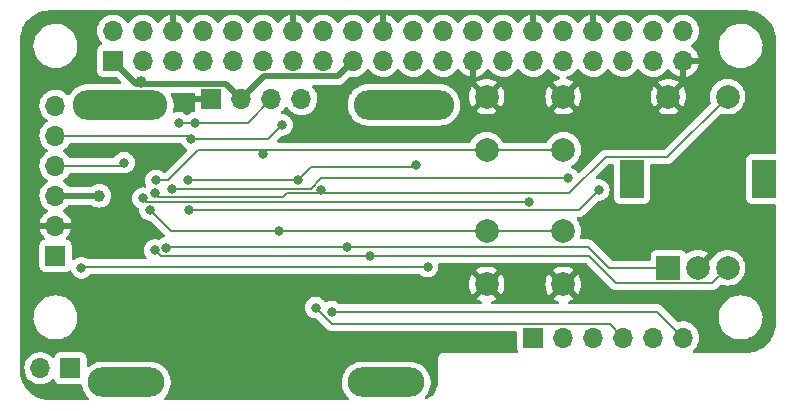
<source format=gtl>
G04 #@! TF.GenerationSoftware,KiCad,Pcbnew,(6.0.4)*
G04 #@! TF.CreationDate,2022-12-13T21:19:27-06:00*
G04 #@! TF.ProjectId,ctrl_board,6374726c-5f62-46f6-9172-642e6b696361,rev?*
G04 #@! TF.SameCoordinates,Original*
G04 #@! TF.FileFunction,Copper,L1,Top*
G04 #@! TF.FilePolarity,Positive*
%FSLAX46Y46*%
G04 Gerber Fmt 4.6, Leading zero omitted, Abs format (unit mm)*
G04 Created by KiCad (PCBNEW (6.0.4)) date 2022-12-13 21:19:27*
%MOMM*%
%LPD*%
G01*
G04 APERTURE LIST*
G04 #@! TA.AperFunction,ComponentPad*
%ADD10R,1.700000X1.700000*%
G04 #@! TD*
G04 #@! TA.AperFunction,ComponentPad*
%ADD11O,1.700000X1.700000*%
G04 #@! TD*
G04 #@! TA.AperFunction,ComponentPad*
%ADD12O,6.500000X2.500000*%
G04 #@! TD*
G04 #@! TA.AperFunction,ComponentPad*
%ADD13O,8.500000X2.500000*%
G04 #@! TD*
G04 #@! TA.AperFunction,ComponentPad*
%ADD14O,8.000000X2.500000*%
G04 #@! TD*
G04 #@! TA.AperFunction,ComponentPad*
%ADD15C,2.000000*%
G04 #@! TD*
G04 #@! TA.AperFunction,ComponentPad*
%ADD16R,2.000000X2.000000*%
G04 #@! TD*
G04 #@! TA.AperFunction,ComponentPad*
%ADD17R,2.000000X3.200000*%
G04 #@! TD*
G04 #@! TA.AperFunction,ViaPad*
%ADD18C,1.000000*%
G04 #@! TD*
G04 #@! TA.AperFunction,ViaPad*
%ADD19C,0.800000*%
G04 #@! TD*
G04 #@! TA.AperFunction,Conductor*
%ADD20C,0.200000*%
G04 #@! TD*
G04 #@! TA.AperFunction,Conductor*
%ADD21C,0.500000*%
G04 #@! TD*
G04 APERTURE END LIST*
D10*
X216690000Y-102000000D03*
D11*
X219230000Y-102000000D03*
X221770000Y-102000000D03*
X224310000Y-102000000D03*
D12*
X231500000Y-126000000D03*
D13*
X233000000Y-102500000D03*
D14*
X209000000Y-102500000D03*
D12*
X209500000Y-126000000D03*
D10*
X203500000Y-115270000D03*
D11*
X203500000Y-112730000D03*
X203500000Y-110190000D03*
X203500000Y-107650000D03*
X203500000Y-105110000D03*
X203500000Y-102570000D03*
D15*
X246500000Y-101800000D03*
X240000000Y-101800000D03*
X246500000Y-106300000D03*
X240000000Y-106300000D03*
X246500000Y-117700000D03*
X240000000Y-117700000D03*
X246500000Y-113200000D03*
X240000000Y-113200000D03*
D10*
X243950000Y-122200000D03*
D11*
X246490000Y-122200000D03*
X249030000Y-122200000D03*
X251570000Y-122200000D03*
X254110000Y-122200000D03*
X256650000Y-122200000D03*
D16*
X255400000Y-116300000D03*
D15*
X260400000Y-116300000D03*
X257900000Y-116300000D03*
D17*
X263500000Y-108800000D03*
X252300000Y-108800000D03*
D15*
X260400000Y-101800000D03*
X255400000Y-101800000D03*
D10*
X208370000Y-98770000D03*
D11*
X208370000Y-96230000D03*
X210910000Y-98770000D03*
X210910000Y-96230000D03*
X213450000Y-98770000D03*
X213450000Y-96230000D03*
X215990000Y-98770000D03*
X215990000Y-96230000D03*
X218530000Y-98770000D03*
X218530000Y-96230000D03*
X221070000Y-98770000D03*
X221070000Y-96230000D03*
X223610000Y-98770000D03*
X223610000Y-96230000D03*
X226150000Y-98770000D03*
X226150000Y-96230000D03*
X228690000Y-98770000D03*
X228690000Y-96230000D03*
X231230000Y-98770000D03*
X231230000Y-96230000D03*
X233770000Y-98770000D03*
X233770000Y-96230000D03*
X236310000Y-98770000D03*
X236310000Y-96230000D03*
X238850000Y-98770000D03*
X238850000Y-96230000D03*
X241390000Y-98770000D03*
X241390000Y-96230000D03*
X243930000Y-98770000D03*
X243930000Y-96230000D03*
X246470000Y-98770000D03*
X246470000Y-96230000D03*
X249010000Y-98770000D03*
X249010000Y-96230000D03*
X251550000Y-98770000D03*
X251550000Y-96230000D03*
X254090000Y-98770000D03*
X254090000Y-96230000D03*
X256630000Y-98770000D03*
X256630000Y-96230000D03*
D10*
X204770000Y-124800000D03*
D11*
X202230000Y-124800000D03*
D18*
X207210000Y-110190000D03*
X210741615Y-100550500D03*
D19*
X217300000Y-119900000D03*
X209100000Y-120500000D03*
X208900000Y-111100000D03*
X215000000Y-105399011D03*
X222700000Y-104200000D03*
X209300000Y-107400000D03*
X213925500Y-104000000D03*
X215324500Y-104000000D03*
X205700000Y-116300000D03*
X235000000Y-116200000D03*
X212000000Y-108900000D03*
X221058143Y-106679745D03*
X211500000Y-111400000D03*
X222400000Y-113200000D03*
X243600000Y-110700000D03*
X210900000Y-110400000D03*
X230099511Y-115299511D03*
X211900000Y-114800000D03*
X228200000Y-114500000D03*
X212900000Y-114600000D03*
X211900000Y-110000500D03*
X226000000Y-109700000D03*
X214800000Y-111400000D03*
X249500000Y-109700000D03*
X246900000Y-108700000D03*
X213400000Y-109600000D03*
X225530000Y-119670000D03*
X226900000Y-120000000D03*
X224000000Y-108900000D03*
X214719161Y-108889964D03*
X234048267Y-107599500D03*
D20*
X226910489Y-121050489D02*
X225530000Y-119670000D01*
X250420489Y-121050489D02*
X226910489Y-121050489D01*
X251570000Y-122200000D02*
X250420489Y-121050489D01*
D21*
X203500000Y-110190000D02*
X207210000Y-110190000D01*
X210891604Y-100700489D02*
X210741615Y-100550500D01*
X212399511Y-100700489D02*
X210891604Y-100700489D01*
X212399511Y-100700489D02*
X210300489Y-100700489D01*
X227390489Y-100069511D02*
X228690000Y-98770000D01*
X221160489Y-100069511D02*
X227390489Y-100069511D01*
X219230000Y-102000000D02*
X217930489Y-100700489D01*
X210300489Y-100700489D02*
X208370000Y-98770000D01*
X219230000Y-102000000D02*
X221160489Y-100069511D01*
X217930489Y-100700489D02*
X212399511Y-100700489D01*
D20*
X214710989Y-105110000D02*
X215000000Y-105399011D01*
X203500000Y-105110000D02*
X214710989Y-105110000D01*
X222700000Y-104200000D02*
X221500989Y-105399011D01*
X221500989Y-105399011D02*
X215000000Y-105399011D01*
X203500000Y-107650000D02*
X209050000Y-107650000D01*
X215324500Y-104000000D02*
X213925500Y-104000000D01*
X219770000Y-104000000D02*
X221770000Y-102000000D01*
X215324500Y-104000000D02*
X219770000Y-104000000D01*
X209050000Y-107650000D02*
X209300000Y-107400000D01*
X235000000Y-116200000D02*
X232000000Y-116200000D01*
X205800000Y-116200000D02*
X205700000Y-116300000D01*
X224000000Y-116200000D02*
X205800000Y-116200000D01*
X224000000Y-116200000D02*
X232000000Y-116200000D01*
X221000000Y-106621602D02*
X221000000Y-106300000D01*
X221000000Y-106300000D02*
X215600000Y-106300000D01*
X212000000Y-108900000D02*
X213000000Y-108900000D01*
X221058143Y-106679745D02*
X221000000Y-106621602D01*
X213000000Y-108900000D02*
X215600000Y-106300000D01*
X240000000Y-106300000D02*
X221000000Y-106300000D01*
X246500000Y-106300000D02*
X240000000Y-106300000D01*
X213300000Y-113200000D02*
X211500000Y-111400000D01*
X222400000Y-113200000D02*
X213300000Y-113200000D01*
X240000000Y-113200000D02*
X246500000Y-113200000D01*
X240000000Y-113200000D02*
X222400000Y-113200000D01*
X243600000Y-110700000D02*
X211200000Y-110700000D01*
X211200000Y-110700000D02*
X210900000Y-110400000D01*
X230099511Y-115299511D02*
X212399511Y-115299511D01*
X212399511Y-115299511D02*
X211900000Y-114800000D01*
X250999511Y-117599511D02*
X259100489Y-117599511D01*
X230099511Y-115299511D02*
X248699511Y-115299511D01*
X248699511Y-115299511D02*
X250999511Y-117599511D01*
X259100489Y-117599511D02*
X260400000Y-116300000D01*
X213000000Y-114500000D02*
X212900000Y-114600000D01*
X248600000Y-114500000D02*
X228200000Y-114500000D01*
X250400000Y-116300000D02*
X248600000Y-114500000D01*
X228200000Y-114500000D02*
X213000000Y-114500000D01*
X255400000Y-116300000D02*
X250400000Y-116300000D01*
X260400000Y-101800000D02*
X255299511Y-106900489D01*
X246999511Y-110000489D02*
X225999511Y-110000489D01*
X211900000Y-110000500D02*
X212199011Y-110299511D01*
X255299511Y-106900489D02*
X250099511Y-106900489D01*
X212199011Y-110299511D02*
X222800489Y-110299511D01*
X225999511Y-110000489D02*
X223099511Y-110000489D01*
X222800489Y-110299511D02*
X223099511Y-110000489D01*
X226000000Y-110000000D02*
X225999511Y-110000489D01*
X250099511Y-106900489D02*
X246999511Y-110000489D01*
X226000000Y-109700000D02*
X226000000Y-110000000D01*
X247800000Y-111400000D02*
X214800000Y-111400000D01*
X249500000Y-109700000D02*
X247800000Y-111400000D01*
X246900000Y-108700000D02*
X226000000Y-108700000D01*
X213400000Y-109600000D02*
X225100000Y-109600000D01*
X225100000Y-109600000D02*
X226000000Y-108700000D01*
X256650000Y-122200000D02*
X254450000Y-120000000D01*
X254450000Y-120000000D02*
X226900000Y-120000000D01*
X214719161Y-108889964D02*
X223989964Y-108889964D01*
X223989964Y-108889964D02*
X224000000Y-108900000D01*
X233847767Y-107800000D02*
X234048267Y-107599500D01*
X224000000Y-108900000D02*
X225100000Y-107800000D01*
X225100000Y-107800000D02*
X233847767Y-107800000D01*
G04 #@! TA.AperFunction,Conductor*
G36*
X261970018Y-94510000D02*
G01*
X261984851Y-94512310D01*
X261984855Y-94512310D01*
X261993724Y-94513691D01*
X262010923Y-94511442D01*
X262034863Y-94510609D01*
X262292710Y-94526206D01*
X262307814Y-94528040D01*
X262379786Y-94541229D01*
X262588760Y-94579525D01*
X262603526Y-94583164D01*
X262876231Y-94668142D01*
X262890445Y-94673534D01*
X263108223Y-94771547D01*
X263150906Y-94790757D01*
X263164379Y-94797828D01*
X263408813Y-94945595D01*
X263421334Y-94954238D01*
X263646171Y-95130385D01*
X263657560Y-95140475D01*
X263859525Y-95342440D01*
X263869615Y-95353829D01*
X264045762Y-95578666D01*
X264054405Y-95591187D01*
X264153199Y-95754610D01*
X264187873Y-95811967D01*
X264202172Y-95835621D01*
X264209242Y-95849092D01*
X264326466Y-96109555D01*
X264331858Y-96123769D01*
X264366009Y-96233365D01*
X264416836Y-96396473D01*
X264420475Y-96411240D01*
X264440279Y-96519304D01*
X264471960Y-96692186D01*
X264473794Y-96707290D01*
X264488953Y-96957904D01*
X264487692Y-96984716D01*
X264487690Y-96984852D01*
X264486309Y-96993724D01*
X264487473Y-97002626D01*
X264487473Y-97002628D01*
X264490436Y-97025283D01*
X264491500Y-97041621D01*
X264491500Y-106565500D01*
X264471498Y-106633621D01*
X264417842Y-106680114D01*
X264365500Y-106691500D01*
X262451866Y-106691500D01*
X262389684Y-106698255D01*
X262253295Y-106749385D01*
X262136739Y-106836739D01*
X262049385Y-106953295D01*
X261998255Y-107089684D01*
X261991500Y-107151866D01*
X261991500Y-110448134D01*
X261998255Y-110510316D01*
X262049385Y-110646705D01*
X262136739Y-110763261D01*
X262253295Y-110850615D01*
X262389684Y-110901745D01*
X262451866Y-110908500D01*
X264365500Y-110908500D01*
X264433621Y-110928502D01*
X264480114Y-110982158D01*
X264491500Y-111034500D01*
X264491500Y-120950633D01*
X264490000Y-120970018D01*
X264487690Y-120984851D01*
X264487690Y-120984855D01*
X264486309Y-120993724D01*
X264488558Y-121010919D01*
X264489391Y-121034863D01*
X264473794Y-121292710D01*
X264471960Y-121307814D01*
X264461580Y-121364457D01*
X264422634Y-121576986D01*
X264420477Y-121588754D01*
X264416836Y-121603526D01*
X264365198Y-121769240D01*
X264331859Y-121876227D01*
X264326466Y-121890445D01*
X264231538Y-122101369D01*
X264209243Y-122150906D01*
X264202173Y-122164378D01*
X264186532Y-122190250D01*
X264054405Y-122408813D01*
X264045762Y-122421334D01*
X263869615Y-122646171D01*
X263859525Y-122657560D01*
X263657560Y-122859525D01*
X263646172Y-122869614D01*
X263639114Y-122875144D01*
X263421334Y-123045762D01*
X263408813Y-123054405D01*
X263164379Y-123202172D01*
X263150908Y-123209242D01*
X262890445Y-123326466D01*
X262876231Y-123331858D01*
X262603527Y-123416836D01*
X262588760Y-123420475D01*
X262422033Y-123451029D01*
X262307814Y-123471960D01*
X262292710Y-123473794D01*
X262042096Y-123488953D01*
X262015284Y-123487692D01*
X262015148Y-123487690D01*
X262006276Y-123486309D01*
X261997374Y-123487473D01*
X261997372Y-123487473D01*
X261982323Y-123489441D01*
X261974714Y-123490436D01*
X261958379Y-123491500D01*
X257572538Y-123491500D01*
X257504417Y-123471498D01*
X257457924Y-123417842D01*
X257447820Y-123347568D01*
X257477314Y-123282988D01*
X257499370Y-123262921D01*
X257529860Y-123241173D01*
X257688096Y-123083489D01*
X257715206Y-123045762D01*
X257815435Y-122906277D01*
X257818453Y-122902077D01*
X257831995Y-122874678D01*
X257915136Y-122706453D01*
X257915137Y-122706451D01*
X257917430Y-122701811D01*
X257982370Y-122488069D01*
X258011529Y-122266590D01*
X258011611Y-122263240D01*
X258013074Y-122203365D01*
X258013074Y-122203361D01*
X258013156Y-122200000D01*
X257994852Y-121977361D01*
X257940431Y-121760702D01*
X257851354Y-121555840D01*
X257730014Y-121368277D01*
X257579670Y-121203051D01*
X257575619Y-121199852D01*
X257575615Y-121199848D01*
X257408414Y-121067800D01*
X257408410Y-121067798D01*
X257404359Y-121064598D01*
X257208789Y-120956638D01*
X257203920Y-120954914D01*
X257203916Y-120954912D01*
X257003087Y-120883795D01*
X257003083Y-120883794D01*
X256998212Y-120882069D01*
X256993119Y-120881162D01*
X256993116Y-120881161D01*
X256783373Y-120843800D01*
X256783367Y-120843799D01*
X256778284Y-120842894D01*
X256704452Y-120841992D01*
X256560081Y-120840228D01*
X256560079Y-120840228D01*
X256554911Y-120840165D01*
X256407627Y-120862703D01*
X256339200Y-120873173D01*
X256339197Y-120873174D01*
X256334091Y-120873955D01*
X256329176Y-120875562D01*
X256329174Y-120875562D01*
X256294890Y-120886768D01*
X256223927Y-120888921D01*
X256166648Y-120856099D01*
X255852826Y-120542277D01*
X259637009Y-120542277D01*
X259662625Y-120810769D01*
X259663710Y-120815203D01*
X259663711Y-120815209D01*
X259711601Y-121010919D01*
X259726731Y-121072750D01*
X259827985Y-121322733D01*
X259964265Y-121555482D01*
X260034517Y-121643327D01*
X260084686Y-121706060D01*
X260132716Y-121766119D01*
X260329809Y-121950234D01*
X260551416Y-122103968D01*
X260555499Y-122105999D01*
X260555502Y-122106001D01*
X260659740Y-122157858D01*
X260792894Y-122224101D01*
X260797228Y-122225522D01*
X260797231Y-122225523D01*
X261044853Y-122306698D01*
X261044859Y-122306699D01*
X261049186Y-122308118D01*
X261053677Y-122308898D01*
X261053678Y-122308898D01*
X261311140Y-122353601D01*
X261311148Y-122353602D01*
X261314921Y-122354257D01*
X261318758Y-122354448D01*
X261398578Y-122358422D01*
X261398586Y-122358422D01*
X261400149Y-122358500D01*
X261568512Y-122358500D01*
X261570780Y-122358335D01*
X261570792Y-122358335D01*
X261701884Y-122348823D01*
X261769004Y-122343953D01*
X261773459Y-122342969D01*
X261773462Y-122342969D01*
X262027912Y-122286791D01*
X262027916Y-122286790D01*
X262032372Y-122285806D01*
X262158480Y-122238028D01*
X262280318Y-122191868D01*
X262280321Y-122191867D01*
X262284588Y-122190250D01*
X262520368Y-122059286D01*
X262734773Y-121895657D01*
X262739860Y-121890454D01*
X262871342Y-121755954D01*
X262923312Y-121702792D01*
X263082034Y-121484730D01*
X263143303Y-121368277D01*
X263205490Y-121250079D01*
X263205493Y-121250073D01*
X263207615Y-121246039D01*
X263270378Y-121068312D01*
X263295902Y-120996033D01*
X263295902Y-120996032D01*
X263297425Y-120991720D01*
X263333987Y-120806217D01*
X263348700Y-120731572D01*
X263348701Y-120731566D01*
X263349581Y-120727100D01*
X263351405Y-120690468D01*
X263362764Y-120462292D01*
X263362764Y-120462286D01*
X263362991Y-120457723D01*
X263337375Y-120189231D01*
X263301240Y-120041556D01*
X263274355Y-119931688D01*
X263273269Y-119927250D01*
X263172015Y-119677267D01*
X263075005Y-119511586D01*
X263038045Y-119448463D01*
X263038044Y-119448462D01*
X263035735Y-119444518D01*
X262917928Y-119297208D01*
X262870136Y-119237447D01*
X262870135Y-119237445D01*
X262867284Y-119233881D01*
X262670191Y-119049766D01*
X262448584Y-118896032D01*
X262444501Y-118894001D01*
X262444498Y-118893999D01*
X262279606Y-118811967D01*
X262207106Y-118775899D01*
X262202772Y-118774478D01*
X262202769Y-118774477D01*
X261955147Y-118693302D01*
X261955141Y-118693301D01*
X261950814Y-118691882D01*
X261946322Y-118691102D01*
X261688860Y-118646399D01*
X261688852Y-118646398D01*
X261685079Y-118645743D01*
X261673817Y-118645182D01*
X261601422Y-118641578D01*
X261601414Y-118641578D01*
X261599851Y-118641500D01*
X261431488Y-118641500D01*
X261429220Y-118641665D01*
X261429208Y-118641665D01*
X261298116Y-118651177D01*
X261230996Y-118656047D01*
X261226541Y-118657031D01*
X261226538Y-118657031D01*
X260972088Y-118713209D01*
X260972084Y-118713210D01*
X260967628Y-118714194D01*
X260842766Y-118761500D01*
X260719682Y-118808132D01*
X260719679Y-118808133D01*
X260715412Y-118809750D01*
X260479632Y-118940714D01*
X260476000Y-118943486D01*
X260280258Y-119092872D01*
X260265227Y-119104343D01*
X260262034Y-119107609D01*
X260262032Y-119107611D01*
X260192896Y-119178334D01*
X260076688Y-119297208D01*
X259917966Y-119515270D01*
X259915844Y-119519304D01*
X259794510Y-119749921D01*
X259794507Y-119749927D01*
X259792385Y-119753961D01*
X259790865Y-119758266D01*
X259790863Y-119758270D01*
X259704098Y-120003967D01*
X259702575Y-120008280D01*
X259650419Y-120272900D01*
X259650192Y-120277453D01*
X259650192Y-120277456D01*
X259640916Y-120463803D01*
X259637009Y-120542277D01*
X255852826Y-120542277D01*
X254914315Y-119603766D01*
X254903448Y-119591375D01*
X254889013Y-119572563D01*
X254883987Y-119566013D01*
X254852075Y-119541526D01*
X254852072Y-119541523D01*
X254756876Y-119468476D01*
X254608851Y-119407162D01*
X254600664Y-119406084D01*
X254600663Y-119406084D01*
X254589458Y-119404609D01*
X254558262Y-119400502D01*
X254489885Y-119391500D01*
X254489882Y-119391500D01*
X254489874Y-119391499D01*
X254458189Y-119387328D01*
X254450000Y-119386250D01*
X254418307Y-119390422D01*
X254401864Y-119391500D01*
X246978722Y-119391500D01*
X246910601Y-119371498D01*
X246864108Y-119317842D01*
X246854004Y-119247568D01*
X246883498Y-119182988D01*
X246949307Y-119142982D01*
X246962618Y-119139786D01*
X246972012Y-119136734D01*
X247182163Y-119049687D01*
X247190958Y-119045205D01*
X247358445Y-118942568D01*
X247367907Y-118932110D01*
X247364124Y-118923334D01*
X246512812Y-118072022D01*
X246498868Y-118064408D01*
X246497035Y-118064539D01*
X246490420Y-118068790D01*
X245638920Y-118920290D01*
X245632160Y-118932670D01*
X245637887Y-118940320D01*
X245809042Y-119045205D01*
X245817837Y-119049687D01*
X246027988Y-119136734D01*
X246037382Y-119139786D01*
X246050693Y-119142982D01*
X246112262Y-119178334D01*
X246144944Y-119241361D01*
X246138363Y-119312052D01*
X246094609Y-119367963D01*
X246021278Y-119391500D01*
X240478722Y-119391500D01*
X240410601Y-119371498D01*
X240364108Y-119317842D01*
X240354004Y-119247568D01*
X240383498Y-119182988D01*
X240449307Y-119142982D01*
X240462618Y-119139786D01*
X240472012Y-119136734D01*
X240682163Y-119049687D01*
X240690958Y-119045205D01*
X240858445Y-118942568D01*
X240867907Y-118932110D01*
X240864124Y-118923334D01*
X240012812Y-118072022D01*
X239998868Y-118064408D01*
X239997035Y-118064539D01*
X239990420Y-118068790D01*
X239138920Y-118920290D01*
X239132160Y-118932670D01*
X239137887Y-118940320D01*
X239309042Y-119045205D01*
X239317837Y-119049687D01*
X239527988Y-119136734D01*
X239537382Y-119139786D01*
X239550693Y-119142982D01*
X239612262Y-119178334D01*
X239644944Y-119241361D01*
X239638363Y-119312052D01*
X239594609Y-119367963D01*
X239521278Y-119391500D01*
X227630710Y-119391500D01*
X227562589Y-119371498D01*
X227537074Y-119349811D01*
X227515668Y-119326037D01*
X227515666Y-119326036D01*
X227511253Y-119321134D01*
X227448638Y-119275641D01*
X227362094Y-119212763D01*
X227362093Y-119212762D01*
X227356752Y-119208882D01*
X227350724Y-119206198D01*
X227350722Y-119206197D01*
X227188319Y-119133891D01*
X227188318Y-119133891D01*
X227182288Y-119131206D01*
X227071283Y-119107611D01*
X227001944Y-119092872D01*
X227001939Y-119092872D01*
X226995487Y-119091500D01*
X226804513Y-119091500D01*
X226798061Y-119092872D01*
X226798056Y-119092872D01*
X226728717Y-119107611D01*
X226617712Y-119131206D01*
X226611682Y-119133891D01*
X226611681Y-119133891D01*
X226560137Y-119156840D01*
X226443248Y-119208882D01*
X226441998Y-119206074D01*
X226385954Y-119219698D01*
X226318851Y-119196509D01*
X226282772Y-119156840D01*
X226274771Y-119142982D01*
X226269040Y-119133056D01*
X226194046Y-119049766D01*
X226145675Y-118996045D01*
X226145674Y-118996044D01*
X226141253Y-118991134D01*
X225986752Y-118878882D01*
X225980724Y-118876198D01*
X225980722Y-118876197D01*
X225818319Y-118803891D01*
X225818318Y-118803891D01*
X225812288Y-118801206D01*
X225686539Y-118774477D01*
X225631944Y-118762872D01*
X225631939Y-118762872D01*
X225625487Y-118761500D01*
X225434513Y-118761500D01*
X225428061Y-118762872D01*
X225428056Y-118762872D01*
X225373461Y-118774477D01*
X225247712Y-118801206D01*
X225241682Y-118803891D01*
X225241681Y-118803891D01*
X225079278Y-118876197D01*
X225079276Y-118876198D01*
X225073248Y-118878882D01*
X224918747Y-118991134D01*
X224914326Y-118996044D01*
X224914325Y-118996045D01*
X224865955Y-119049766D01*
X224790960Y-119133056D01*
X224695473Y-119298444D01*
X224636458Y-119480072D01*
X224635768Y-119486633D01*
X224635768Y-119486635D01*
X224627425Y-119566013D01*
X224616496Y-119670000D01*
X224617186Y-119676565D01*
X224625321Y-119753961D01*
X224636458Y-119859928D01*
X224695473Y-120041556D01*
X224790960Y-120206944D01*
X224918747Y-120348866D01*
X225073248Y-120461118D01*
X225079276Y-120463802D01*
X225079278Y-120463803D01*
X225241681Y-120536109D01*
X225247712Y-120538794D01*
X225341112Y-120558647D01*
X225428056Y-120577128D01*
X225428061Y-120577128D01*
X225434513Y-120578500D01*
X225525761Y-120578500D01*
X225593882Y-120598502D01*
X225614856Y-120615405D01*
X226446174Y-121446723D01*
X226457041Y-121459114D01*
X226476502Y-121484476D01*
X226508414Y-121508963D01*
X226508417Y-121508966D01*
X226569038Y-121555482D01*
X226603614Y-121582013D01*
X226751639Y-121643327D01*
X226870604Y-121658989D01*
X226870609Y-121658989D01*
X226870618Y-121658990D01*
X226902301Y-121663161D01*
X226910489Y-121664239D01*
X226942182Y-121660067D01*
X226958625Y-121658989D01*
X242465500Y-121658989D01*
X242533621Y-121678991D01*
X242580114Y-121732647D01*
X242591500Y-121784989D01*
X242591500Y-123098134D01*
X242598255Y-123160316D01*
X242649385Y-123296705D01*
X242654766Y-123303884D01*
X242655372Y-123304992D01*
X242670541Y-123374349D01*
X242645804Y-123440897D01*
X242589016Y-123483507D01*
X242544852Y-123491500D01*
X236408623Y-123491500D01*
X236407853Y-123491498D01*
X236407037Y-123491493D01*
X236330279Y-123491024D01*
X236307918Y-123497415D01*
X236301847Y-123499150D01*
X236285085Y-123502728D01*
X236255813Y-123506920D01*
X236247645Y-123510634D01*
X236247644Y-123510634D01*
X236232438Y-123517548D01*
X236214914Y-123523996D01*
X236190229Y-123531051D01*
X236182635Y-123535843D01*
X236182632Y-123535844D01*
X236165220Y-123546830D01*
X236150137Y-123554969D01*
X236123218Y-123567208D01*
X236116416Y-123573069D01*
X236103765Y-123583970D01*
X236088761Y-123595073D01*
X236067042Y-123608776D01*
X236061103Y-123615501D01*
X236061099Y-123615504D01*
X236047468Y-123630938D01*
X236035276Y-123642982D01*
X236019673Y-123656427D01*
X236019671Y-123656430D01*
X236012873Y-123662287D01*
X236007993Y-123669816D01*
X236007992Y-123669817D01*
X235998906Y-123683835D01*
X235987615Y-123698709D01*
X235976569Y-123711217D01*
X235970622Y-123717951D01*
X235958058Y-123744711D01*
X235949737Y-123759691D01*
X235938529Y-123776983D01*
X235938527Y-123776988D01*
X235933648Y-123784515D01*
X235931078Y-123793108D01*
X235931076Y-123793113D01*
X235926289Y-123809120D01*
X235919628Y-123826564D01*
X235912533Y-123841676D01*
X235908719Y-123849800D01*
X235904224Y-123878671D01*
X235904170Y-123879015D01*
X235900387Y-123895732D01*
X235894485Y-123915466D01*
X235894484Y-123915472D01*
X235891914Y-123924066D01*
X235891859Y-123933037D01*
X235891859Y-123933038D01*
X235891704Y-123958497D01*
X235891671Y-123959289D01*
X235891500Y-123960386D01*
X235891500Y-123991377D01*
X235891498Y-123992147D01*
X235891024Y-124069721D01*
X235891408Y-124071065D01*
X235891500Y-124072410D01*
X235891500Y-125950633D01*
X235890000Y-125970018D01*
X235887690Y-125984851D01*
X235887690Y-125984855D01*
X235886309Y-125993724D01*
X235888304Y-126008976D01*
X235889047Y-126034302D01*
X235879979Y-126161097D01*
X235876962Y-126203279D01*
X235874404Y-126221064D01*
X235833562Y-126408813D01*
X235833001Y-126411392D01*
X235827937Y-126428641D01*
X235759864Y-126611150D01*
X235752396Y-126627502D01*
X235659048Y-126798458D01*
X235649328Y-126813582D01*
X235532598Y-126969514D01*
X235520825Y-126983100D01*
X235383100Y-127120825D01*
X235369514Y-127132598D01*
X235213582Y-127249328D01*
X235198458Y-127259048D01*
X235027502Y-127352396D01*
X235011149Y-127359864D01*
X234937357Y-127387387D01*
X234866542Y-127392452D01*
X234804230Y-127358426D01*
X234770204Y-127296114D01*
X234775269Y-127225299D01*
X234801551Y-127182998D01*
X234867231Y-127113179D01*
X234867240Y-127113168D01*
X234870443Y-127109763D01*
X235019424Y-126895009D01*
X235041284Y-126850682D01*
X235132960Y-126664781D01*
X235132961Y-126664778D01*
X235135025Y-126660593D01*
X235136531Y-126655890D01*
X235213280Y-126416123D01*
X235214707Y-126411665D01*
X235256721Y-126153693D01*
X235259824Y-125916632D01*
X235260081Y-125897022D01*
X235260081Y-125897019D01*
X235260142Y-125892345D01*
X235224896Y-125633362D01*
X235210473Y-125583877D01*
X235153068Y-125386932D01*
X235151757Y-125382433D01*
X235042332Y-125145072D01*
X235009519Y-125095024D01*
X234901590Y-124930404D01*
X234901586Y-124930399D01*
X234899024Y-124926491D01*
X234724982Y-124731494D01*
X234524030Y-124564363D01*
X234440336Y-124513576D01*
X234304578Y-124431196D01*
X234304574Y-124431194D01*
X234300581Y-124428771D01*
X234059545Y-124327697D01*
X233806217Y-124263359D01*
X233801566Y-124262891D01*
X233801562Y-124262890D01*
X233592271Y-124241816D01*
X233589133Y-124241500D01*
X229433646Y-124241500D01*
X229431321Y-124241673D01*
X229431315Y-124241673D01*
X229244000Y-124255593D01*
X229243996Y-124255594D01*
X229239348Y-124255939D01*
X229234800Y-124256968D01*
X229234794Y-124256969D01*
X229048399Y-124299147D01*
X228984423Y-124313623D01*
X228980071Y-124315315D01*
X228980069Y-124315316D01*
X228745176Y-124406660D01*
X228745173Y-124406661D01*
X228740823Y-124408353D01*
X228513902Y-124538049D01*
X228308643Y-124699862D01*
X228129557Y-124890237D01*
X227980576Y-125104991D01*
X227978510Y-125109181D01*
X227978508Y-125109184D01*
X227929956Y-125207639D01*
X227864975Y-125339407D01*
X227863553Y-125343850D01*
X227863552Y-125343852D01*
X227812904Y-125502077D01*
X227785293Y-125588335D01*
X227743279Y-125846307D01*
X227742324Y-125919242D01*
X227740021Y-126095229D01*
X227739858Y-126107655D01*
X227775104Y-126366638D01*
X227776412Y-126371124D01*
X227776412Y-126371126D01*
X227790717Y-126420204D01*
X227848243Y-126617567D01*
X227957668Y-126854928D01*
X227983946Y-126895009D01*
X228098410Y-127069596D01*
X228098414Y-127069601D01*
X228100976Y-127073509D01*
X228275018Y-127268506D01*
X228278611Y-127271494D01*
X228281978Y-127274746D01*
X228280400Y-127276380D01*
X228314782Y-127327680D01*
X228316149Y-127398663D01*
X228278923Y-127459118D01*
X228214922Y-127489849D01*
X228194592Y-127491500D01*
X212802859Y-127491500D01*
X212734738Y-127471498D01*
X212688245Y-127417842D01*
X212678141Y-127347568D01*
X212711084Y-127279167D01*
X212783514Y-127202172D01*
X212870443Y-127109763D01*
X213019424Y-126895009D01*
X213041284Y-126850682D01*
X213132960Y-126664781D01*
X213132961Y-126664778D01*
X213135025Y-126660593D01*
X213136531Y-126655890D01*
X213213280Y-126416123D01*
X213214707Y-126411665D01*
X213256721Y-126153693D01*
X213259824Y-125916632D01*
X213260081Y-125897022D01*
X213260081Y-125897019D01*
X213260142Y-125892345D01*
X213224896Y-125633362D01*
X213210473Y-125583877D01*
X213153068Y-125386932D01*
X213151757Y-125382433D01*
X213042332Y-125145072D01*
X213009519Y-125095024D01*
X212901590Y-124930404D01*
X212901586Y-124930399D01*
X212899024Y-124926491D01*
X212724982Y-124731494D01*
X212524030Y-124564363D01*
X212440336Y-124513576D01*
X212304578Y-124431196D01*
X212304574Y-124431194D01*
X212300581Y-124428771D01*
X212059545Y-124327697D01*
X211806217Y-124263359D01*
X211801566Y-124262891D01*
X211801562Y-124262890D01*
X211592271Y-124241816D01*
X211589133Y-124241500D01*
X207433646Y-124241500D01*
X207431321Y-124241673D01*
X207431315Y-124241673D01*
X207244000Y-124255593D01*
X207243996Y-124255594D01*
X207239348Y-124255939D01*
X207234800Y-124256968D01*
X207234794Y-124256969D01*
X207048399Y-124299147D01*
X206984423Y-124313623D01*
X206980071Y-124315315D01*
X206980069Y-124315316D01*
X206745176Y-124406660D01*
X206745173Y-124406661D01*
X206740823Y-124408353D01*
X206513902Y-124538049D01*
X206332506Y-124681050D01*
X206266626Y-124707515D01*
X206196897Y-124694162D01*
X206145456Y-124645230D01*
X206128500Y-124582100D01*
X206128500Y-123901866D01*
X206121745Y-123839684D01*
X206070615Y-123703295D01*
X205983261Y-123586739D01*
X205866705Y-123499385D01*
X205730316Y-123448255D01*
X205668134Y-123441500D01*
X203871866Y-123441500D01*
X203809684Y-123448255D01*
X203673295Y-123499385D01*
X203556739Y-123586739D01*
X203469385Y-123703295D01*
X203466233Y-123711703D01*
X203424919Y-123821907D01*
X203382277Y-123878671D01*
X203315716Y-123903371D01*
X203246367Y-123888163D01*
X203213743Y-123862476D01*
X203163151Y-123806875D01*
X203163142Y-123806866D01*
X203159670Y-123803051D01*
X203155619Y-123799852D01*
X203155615Y-123799848D01*
X202988414Y-123667800D01*
X202988410Y-123667798D01*
X202984359Y-123664598D01*
X202788789Y-123556638D01*
X202783920Y-123554914D01*
X202783916Y-123554912D01*
X202583087Y-123483795D01*
X202583083Y-123483794D01*
X202578212Y-123482069D01*
X202573119Y-123481162D01*
X202573116Y-123481161D01*
X202363373Y-123443800D01*
X202363367Y-123443799D01*
X202358284Y-123442894D01*
X202284452Y-123441992D01*
X202140081Y-123440228D01*
X202140079Y-123440228D01*
X202134911Y-123440165D01*
X201914091Y-123473955D01*
X201701756Y-123543357D01*
X201671443Y-123559137D01*
X201521146Y-123637377D01*
X201503607Y-123646507D01*
X201499474Y-123649610D01*
X201499471Y-123649612D01*
X201329829Y-123776983D01*
X201324965Y-123780635D01*
X201297744Y-123809120D01*
X201222839Y-123887504D01*
X201170629Y-123942138D01*
X201044743Y-124126680D01*
X200950688Y-124329305D01*
X200890989Y-124544570D01*
X200867251Y-124766695D01*
X200880110Y-124989715D01*
X200881247Y-124994761D01*
X200881248Y-124994767D01*
X200889510Y-125031425D01*
X200929222Y-125207639D01*
X201013266Y-125414616D01*
X201015965Y-125419020D01*
X201119978Y-125588754D01*
X201129987Y-125605088D01*
X201276250Y-125773938D01*
X201448126Y-125916632D01*
X201641000Y-126029338D01*
X201849692Y-126109030D01*
X201854760Y-126110061D01*
X201854763Y-126110062D01*
X201962017Y-126131883D01*
X202068597Y-126153567D01*
X202073772Y-126153757D01*
X202073774Y-126153757D01*
X202286673Y-126161564D01*
X202286677Y-126161564D01*
X202291837Y-126161753D01*
X202296957Y-126161097D01*
X202296959Y-126161097D01*
X202508288Y-126134025D01*
X202508289Y-126134025D01*
X202513416Y-126133368D01*
X202518366Y-126131883D01*
X202722429Y-126070661D01*
X202722434Y-126070659D01*
X202727384Y-126069174D01*
X202927994Y-125970896D01*
X203109860Y-125841173D01*
X203218091Y-125733319D01*
X203280462Y-125699404D01*
X203351268Y-125704592D01*
X203408030Y-125747238D01*
X203425012Y-125778341D01*
X203449691Y-125844171D01*
X203469385Y-125896705D01*
X203556739Y-126013261D01*
X203673295Y-126100615D01*
X203809684Y-126151745D01*
X203871866Y-126158500D01*
X205636764Y-126158500D01*
X205704885Y-126178502D01*
X205751378Y-126232158D01*
X205761613Y-126267509D01*
X205775104Y-126366638D01*
X205776412Y-126371124D01*
X205776412Y-126371126D01*
X205790717Y-126420204D01*
X205848243Y-126617567D01*
X205957668Y-126854928D01*
X205983946Y-126895009D01*
X206098410Y-127069596D01*
X206098414Y-127069601D01*
X206100976Y-127073509D01*
X206275018Y-127268506D01*
X206278611Y-127271494D01*
X206281978Y-127274746D01*
X206280400Y-127276380D01*
X206314782Y-127327680D01*
X206316149Y-127398663D01*
X206278923Y-127459118D01*
X206214922Y-127489849D01*
X206194592Y-127491500D01*
X203049367Y-127491500D01*
X203029982Y-127490000D01*
X203015149Y-127487690D01*
X203015145Y-127487690D01*
X203006276Y-127486309D01*
X202989077Y-127488558D01*
X202965137Y-127489391D01*
X202707290Y-127473794D01*
X202692186Y-127471960D01*
X202620214Y-127458771D01*
X202411240Y-127420475D01*
X202396473Y-127416836D01*
X202338154Y-127398663D01*
X202123769Y-127331858D01*
X202109555Y-127326466D01*
X201849092Y-127209242D01*
X201835621Y-127202172D01*
X201591187Y-127054405D01*
X201578666Y-127045762D01*
X201353829Y-126869615D01*
X201342440Y-126859525D01*
X201140475Y-126657560D01*
X201130385Y-126646171D01*
X200954238Y-126421334D01*
X200945595Y-126408813D01*
X200797828Y-126164379D01*
X200790757Y-126150906D01*
X200789886Y-126148971D01*
X200673534Y-125890445D01*
X200668141Y-125876227D01*
X200657380Y-125841692D01*
X200583164Y-125603526D01*
X200579523Y-125588754D01*
X200579447Y-125588335D01*
X200534644Y-125343852D01*
X200528040Y-125307814D01*
X200526206Y-125292710D01*
X200511269Y-125045768D01*
X200512520Y-125022216D01*
X200512334Y-125022199D01*
X200512769Y-125017350D01*
X200513576Y-125012552D01*
X200513729Y-125000000D01*
X200509773Y-124972376D01*
X200508500Y-124954514D01*
X200508500Y-120542277D01*
X201637009Y-120542277D01*
X201662625Y-120810769D01*
X201663710Y-120815203D01*
X201663711Y-120815209D01*
X201711601Y-121010919D01*
X201726731Y-121072750D01*
X201827985Y-121322733D01*
X201964265Y-121555482D01*
X202034517Y-121643327D01*
X202084686Y-121706060D01*
X202132716Y-121766119D01*
X202329809Y-121950234D01*
X202551416Y-122103968D01*
X202555499Y-122105999D01*
X202555502Y-122106001D01*
X202659740Y-122157858D01*
X202792894Y-122224101D01*
X202797228Y-122225522D01*
X202797231Y-122225523D01*
X203044853Y-122306698D01*
X203044859Y-122306699D01*
X203049186Y-122308118D01*
X203053677Y-122308898D01*
X203053678Y-122308898D01*
X203311140Y-122353601D01*
X203311148Y-122353602D01*
X203314921Y-122354257D01*
X203318758Y-122354448D01*
X203398578Y-122358422D01*
X203398586Y-122358422D01*
X203400149Y-122358500D01*
X203568512Y-122358500D01*
X203570780Y-122358335D01*
X203570792Y-122358335D01*
X203701884Y-122348823D01*
X203769004Y-122343953D01*
X203773459Y-122342969D01*
X203773462Y-122342969D01*
X204027912Y-122286791D01*
X204027916Y-122286790D01*
X204032372Y-122285806D01*
X204158480Y-122238028D01*
X204280318Y-122191868D01*
X204280321Y-122191867D01*
X204284588Y-122190250D01*
X204520368Y-122059286D01*
X204734773Y-121895657D01*
X204739860Y-121890454D01*
X204871342Y-121755954D01*
X204923312Y-121702792D01*
X205082034Y-121484730D01*
X205143303Y-121368277D01*
X205205490Y-121250079D01*
X205205493Y-121250073D01*
X205207615Y-121246039D01*
X205270378Y-121068312D01*
X205295902Y-120996033D01*
X205295902Y-120996032D01*
X205297425Y-120991720D01*
X205333987Y-120806217D01*
X205348700Y-120731572D01*
X205348701Y-120731566D01*
X205349581Y-120727100D01*
X205351405Y-120690468D01*
X205362764Y-120462292D01*
X205362764Y-120462286D01*
X205362991Y-120457723D01*
X205337375Y-120189231D01*
X205301240Y-120041556D01*
X205274355Y-119931688D01*
X205273269Y-119927250D01*
X205172015Y-119677267D01*
X205075005Y-119511586D01*
X205038045Y-119448463D01*
X205038044Y-119448462D01*
X205035735Y-119444518D01*
X204917928Y-119297208D01*
X204870136Y-119237447D01*
X204870135Y-119237445D01*
X204867284Y-119233881D01*
X204670191Y-119049766D01*
X204448584Y-118896032D01*
X204444501Y-118894001D01*
X204444498Y-118893999D01*
X204279606Y-118811967D01*
X204207106Y-118775899D01*
X204202772Y-118774478D01*
X204202769Y-118774477D01*
X203955147Y-118693302D01*
X203955141Y-118693301D01*
X203950814Y-118691882D01*
X203946322Y-118691102D01*
X203688860Y-118646399D01*
X203688852Y-118646398D01*
X203685079Y-118645743D01*
X203673817Y-118645182D01*
X203601422Y-118641578D01*
X203601414Y-118641578D01*
X203599851Y-118641500D01*
X203431488Y-118641500D01*
X203429220Y-118641665D01*
X203429208Y-118641665D01*
X203298116Y-118651177D01*
X203230996Y-118656047D01*
X203226541Y-118657031D01*
X203226538Y-118657031D01*
X202972088Y-118713209D01*
X202972084Y-118713210D01*
X202967628Y-118714194D01*
X202842766Y-118761500D01*
X202719682Y-118808132D01*
X202719679Y-118808133D01*
X202715412Y-118809750D01*
X202479632Y-118940714D01*
X202476000Y-118943486D01*
X202280258Y-119092872D01*
X202265227Y-119104343D01*
X202262034Y-119107609D01*
X202262032Y-119107611D01*
X202192896Y-119178334D01*
X202076688Y-119297208D01*
X201917966Y-119515270D01*
X201915844Y-119519304D01*
X201794510Y-119749921D01*
X201794507Y-119749927D01*
X201792385Y-119753961D01*
X201790865Y-119758266D01*
X201790863Y-119758270D01*
X201704098Y-120003967D01*
X201702575Y-120008280D01*
X201650419Y-120272900D01*
X201650192Y-120277453D01*
X201650192Y-120277456D01*
X201640916Y-120463803D01*
X201637009Y-120542277D01*
X200508500Y-120542277D01*
X200508500Y-117704930D01*
X238487725Y-117704930D01*
X238505572Y-117931699D01*
X238507115Y-117941446D01*
X238560217Y-118162627D01*
X238563266Y-118172012D01*
X238650313Y-118382163D01*
X238654795Y-118390958D01*
X238757432Y-118558445D01*
X238767890Y-118567907D01*
X238776666Y-118564124D01*
X239627978Y-117712812D01*
X239634356Y-117701132D01*
X240364408Y-117701132D01*
X240364539Y-117702965D01*
X240368790Y-117709580D01*
X241220290Y-118561080D01*
X241232670Y-118567840D01*
X241240320Y-118562113D01*
X241345205Y-118390958D01*
X241349687Y-118382163D01*
X241436734Y-118172012D01*
X241439783Y-118162627D01*
X241492885Y-117941446D01*
X241494428Y-117931699D01*
X241512275Y-117704930D01*
X244987725Y-117704930D01*
X245005572Y-117931699D01*
X245007115Y-117941446D01*
X245060217Y-118162627D01*
X245063266Y-118172012D01*
X245150313Y-118382163D01*
X245154795Y-118390958D01*
X245257432Y-118558445D01*
X245267890Y-118567907D01*
X245276666Y-118564124D01*
X246127978Y-117712812D01*
X246134356Y-117701132D01*
X246864408Y-117701132D01*
X246864539Y-117702965D01*
X246868790Y-117709580D01*
X247720290Y-118561080D01*
X247732670Y-118567840D01*
X247740320Y-118562113D01*
X247845205Y-118390958D01*
X247849687Y-118382163D01*
X247936734Y-118172012D01*
X247939783Y-118162627D01*
X247992885Y-117941446D01*
X247994428Y-117931699D01*
X248012275Y-117704930D01*
X248012275Y-117695070D01*
X247994428Y-117468301D01*
X247992885Y-117458554D01*
X247939783Y-117237373D01*
X247936734Y-117227988D01*
X247849687Y-117017837D01*
X247845205Y-117009042D01*
X247742568Y-116841555D01*
X247732110Y-116832093D01*
X247723334Y-116835876D01*
X246872022Y-117687188D01*
X246864408Y-117701132D01*
X246134356Y-117701132D01*
X246135592Y-117698868D01*
X246135461Y-117697035D01*
X246131210Y-117690420D01*
X245279710Y-116838920D01*
X245267330Y-116832160D01*
X245259680Y-116837887D01*
X245154795Y-117009042D01*
X245150313Y-117017837D01*
X245063266Y-117227988D01*
X245060217Y-117237373D01*
X245007115Y-117458554D01*
X245005572Y-117468301D01*
X244987725Y-117695070D01*
X244987725Y-117704930D01*
X241512275Y-117704930D01*
X241512275Y-117695070D01*
X241494428Y-117468301D01*
X241492885Y-117458554D01*
X241439783Y-117237373D01*
X241436734Y-117227988D01*
X241349687Y-117017837D01*
X241345205Y-117009042D01*
X241242568Y-116841555D01*
X241232110Y-116832093D01*
X241223334Y-116835876D01*
X240372022Y-117687188D01*
X240364408Y-117701132D01*
X239634356Y-117701132D01*
X239635592Y-117698868D01*
X239635461Y-117697035D01*
X239631210Y-117690420D01*
X238779710Y-116838920D01*
X238767330Y-116832160D01*
X238759680Y-116837887D01*
X238654795Y-117009042D01*
X238650313Y-117017837D01*
X238563266Y-117227988D01*
X238560217Y-117237373D01*
X238507115Y-117458554D01*
X238505572Y-117468301D01*
X238487725Y-117695070D01*
X238487725Y-117704930D01*
X200508500Y-117704930D01*
X200508500Y-110156695D01*
X202137251Y-110156695D01*
X202137548Y-110161848D01*
X202137548Y-110161851D01*
X202140707Y-110216635D01*
X202150110Y-110379715D01*
X202151247Y-110384761D01*
X202151248Y-110384767D01*
X202167970Y-110458966D01*
X202199222Y-110597639D01*
X202240786Y-110700000D01*
X202272789Y-110778813D01*
X202283266Y-110804616D01*
X202285965Y-110809020D01*
X202392064Y-110982158D01*
X202399987Y-110995088D01*
X202546250Y-111163938D01*
X202718126Y-111306632D01*
X202755552Y-111328502D01*
X202791955Y-111349774D01*
X202840679Y-111401412D01*
X202853750Y-111471195D01*
X202827019Y-111536967D01*
X202786562Y-111570327D01*
X202778457Y-111574546D01*
X202769738Y-111580036D01*
X202599433Y-111707905D01*
X202591726Y-111714748D01*
X202444590Y-111868717D01*
X202438104Y-111876727D01*
X202318098Y-112052649D01*
X202313000Y-112061623D01*
X202223338Y-112254783D01*
X202219775Y-112264470D01*
X202164389Y-112464183D01*
X202165912Y-112472607D01*
X202178292Y-112476000D01*
X204818344Y-112476000D01*
X204831875Y-112472027D01*
X204833180Y-112462947D01*
X204791214Y-112295875D01*
X204787894Y-112286124D01*
X204702972Y-112090814D01*
X204698105Y-112081739D01*
X204582426Y-111902926D01*
X204576136Y-111894757D01*
X204432806Y-111737240D01*
X204425273Y-111730215D01*
X204258139Y-111598222D01*
X204249556Y-111592520D01*
X204212602Y-111572120D01*
X204162631Y-111521687D01*
X204147859Y-111452245D01*
X204172975Y-111385839D01*
X204200327Y-111359232D01*
X204243409Y-111328502D01*
X204379860Y-111231173D01*
X204430742Y-111180469D01*
X204492803Y-111118624D01*
X204538096Y-111073489D01*
X204590203Y-111000974D01*
X204646198Y-110957326D01*
X204692526Y-110948500D01*
X206498769Y-110948500D01*
X206566890Y-110968502D01*
X206580432Y-110978546D01*
X206604454Y-110998990D01*
X206631650Y-111022136D01*
X206804294Y-111118624D01*
X206992392Y-111179740D01*
X207188777Y-111203158D01*
X207194912Y-111202686D01*
X207194914Y-111202686D01*
X207379830Y-111188457D01*
X207379834Y-111188456D01*
X207385972Y-111187984D01*
X207576463Y-111134798D01*
X207581967Y-111132018D01*
X207581969Y-111132017D01*
X207747495Y-111048404D01*
X207747497Y-111048403D01*
X207752996Y-111045625D01*
X207908847Y-110923861D01*
X208038078Y-110774145D01*
X208135769Y-110602179D01*
X208198197Y-110414513D01*
X208222985Y-110218295D01*
X208223380Y-110190000D01*
X208204080Y-109993167D01*
X208187940Y-109939707D01*
X208148697Y-109809731D01*
X208146916Y-109803831D01*
X208054066Y-109629204D01*
X207983709Y-109542938D01*
X207932960Y-109480713D01*
X207932957Y-109480710D01*
X207929065Y-109475938D01*
X207914098Y-109463556D01*
X207781425Y-109353799D01*
X207781421Y-109353797D01*
X207776675Y-109349870D01*
X207602701Y-109255802D01*
X207413768Y-109197318D01*
X207407643Y-109196674D01*
X207407642Y-109196674D01*
X207223204Y-109177289D01*
X207223202Y-109177289D01*
X207217075Y-109176645D01*
X207134576Y-109184153D01*
X207026251Y-109194011D01*
X207026248Y-109194012D01*
X207020112Y-109194570D01*
X207014206Y-109196308D01*
X207014202Y-109196309D01*
X206909076Y-109227249D01*
X206830381Y-109250410D01*
X206824923Y-109253263D01*
X206824919Y-109253265D01*
X206729135Y-109303340D01*
X206655110Y-109342040D01*
X206650312Y-109345898D01*
X206650310Y-109345899D01*
X206578424Y-109403697D01*
X206512802Y-109430793D01*
X206499472Y-109431500D01*
X204695939Y-109431500D01*
X204627818Y-109411498D01*
X204590147Y-109373941D01*
X204582818Y-109362612D01*
X204580014Y-109358277D01*
X204429670Y-109193051D01*
X204425619Y-109189852D01*
X204425615Y-109189848D01*
X204258414Y-109057800D01*
X204258410Y-109057798D01*
X204254359Y-109054598D01*
X204213053Y-109031796D01*
X204163084Y-108981364D01*
X204148312Y-108911921D01*
X204173428Y-108845516D01*
X204200780Y-108818909D01*
X204244603Y-108787650D01*
X204379860Y-108691173D01*
X204392316Y-108678761D01*
X204534435Y-108537137D01*
X204538096Y-108533489D01*
X204597594Y-108450689D01*
X204665435Y-108356277D01*
X204668453Y-108352077D01*
X204680019Y-108328675D01*
X204728132Y-108276467D01*
X204792977Y-108258500D01*
X208968307Y-108258500D01*
X209007244Y-108264667D01*
X209011681Y-108266109D01*
X209017712Y-108268794D01*
X209024164Y-108270166D01*
X209024169Y-108270167D01*
X209198056Y-108307128D01*
X209198061Y-108307128D01*
X209204513Y-108308500D01*
X209395487Y-108308500D01*
X209401939Y-108307128D01*
X209401944Y-108307128D01*
X209488888Y-108288647D01*
X209582288Y-108268794D01*
X209590437Y-108265166D01*
X209750722Y-108193803D01*
X209750724Y-108193802D01*
X209756752Y-108191118D01*
X209911253Y-108078866D01*
X209958813Y-108026045D01*
X210034621Y-107941852D01*
X210034622Y-107941851D01*
X210039040Y-107936944D01*
X210134527Y-107771556D01*
X210193542Y-107589928D01*
X210201611Y-107513161D01*
X210212814Y-107406565D01*
X210213504Y-107400000D01*
X210208638Y-107353700D01*
X210194232Y-107216635D01*
X210194232Y-107216633D01*
X210193542Y-107210072D01*
X210134527Y-107028444D01*
X210102171Y-106972401D01*
X210042341Y-106868774D01*
X210039040Y-106863056D01*
X209971821Y-106788401D01*
X209915675Y-106726045D01*
X209915674Y-106726044D01*
X209911253Y-106721134D01*
X209756752Y-106608882D01*
X209750724Y-106606198D01*
X209750722Y-106606197D01*
X209588319Y-106533891D01*
X209588318Y-106533891D01*
X209582288Y-106531206D01*
X209488887Y-106511353D01*
X209401944Y-106492872D01*
X209401939Y-106492872D01*
X209395487Y-106491500D01*
X209204513Y-106491500D01*
X209198061Y-106492872D01*
X209198056Y-106492872D01*
X209111113Y-106511353D01*
X209017712Y-106531206D01*
X209011682Y-106533891D01*
X209011681Y-106533891D01*
X208849278Y-106606197D01*
X208849276Y-106606198D01*
X208843248Y-106608882D01*
X208688747Y-106721134D01*
X208684326Y-106726044D01*
X208684325Y-106726045D01*
X208628180Y-106788401D01*
X208560960Y-106863056D01*
X208557659Y-106868774D01*
X208494308Y-106978500D01*
X208442925Y-107027493D01*
X208385189Y-107041500D01*
X204792978Y-107041500D01*
X204724857Y-107021498D01*
X204687186Y-106983940D01*
X204683331Y-106977980D01*
X204591958Y-106836739D01*
X204582822Y-106822617D01*
X204582820Y-106822614D01*
X204580014Y-106818277D01*
X204429670Y-106653051D01*
X204425619Y-106649852D01*
X204425615Y-106649848D01*
X204258414Y-106517800D01*
X204258410Y-106517798D01*
X204254359Y-106514598D01*
X204213053Y-106491796D01*
X204163084Y-106441364D01*
X204148312Y-106371921D01*
X204173428Y-106305516D01*
X204200780Y-106278909D01*
X204244603Y-106247650D01*
X204379860Y-106151173D01*
X204538096Y-105993489D01*
X204575912Y-105940863D01*
X204665435Y-105816277D01*
X204668453Y-105812077D01*
X204680019Y-105788675D01*
X204728132Y-105736467D01*
X204792977Y-105718500D01*
X214062666Y-105718500D01*
X214130787Y-105738502D01*
X214171785Y-105781500D01*
X214260960Y-105935955D01*
X214265378Y-105940862D01*
X214265379Y-105940863D01*
X214384325Y-106072966D01*
X214388747Y-106077877D01*
X214543248Y-106190129D01*
X214549281Y-106192815D01*
X214587549Y-106209853D01*
X214641645Y-106255832D01*
X214662295Y-106323759D01*
X214642943Y-106392068D01*
X214625396Y-106414055D01*
X212803246Y-108236205D01*
X212740934Y-108270231D01*
X212670119Y-108265166D01*
X212620513Y-108231418D01*
X212615670Y-108226039D01*
X212615667Y-108226037D01*
X212611253Y-108221134D01*
X212456752Y-108108882D01*
X212450724Y-108106198D01*
X212450722Y-108106197D01*
X212288319Y-108033891D01*
X212288318Y-108033891D01*
X212282288Y-108031206D01*
X212188888Y-108011353D01*
X212101944Y-107992872D01*
X212101939Y-107992872D01*
X212095487Y-107991500D01*
X211904513Y-107991500D01*
X211898061Y-107992872D01*
X211898056Y-107992872D01*
X211811113Y-108011353D01*
X211717712Y-108031206D01*
X211711682Y-108033891D01*
X211711681Y-108033891D01*
X211549278Y-108106197D01*
X211549276Y-108106198D01*
X211543248Y-108108882D01*
X211388747Y-108221134D01*
X211384329Y-108226041D01*
X211384325Y-108226045D01*
X211270846Y-108352077D01*
X211260960Y-108363056D01*
X211165473Y-108528444D01*
X211106458Y-108710072D01*
X211105768Y-108716633D01*
X211105768Y-108716635D01*
X211096010Y-108809476D01*
X211086496Y-108900000D01*
X211087186Y-108906565D01*
X211102483Y-109052104D01*
X211106458Y-109089928D01*
X211165473Y-109271556D01*
X211168776Y-109277278D01*
X211168777Y-109277279D01*
X211185480Y-109306209D01*
X211202218Y-109375204D01*
X211178998Y-109442296D01*
X211169994Y-109453523D01*
X211161932Y-109462476D01*
X211101484Y-109499713D01*
X211042104Y-109501409D01*
X210995487Y-109491500D01*
X210804513Y-109491500D01*
X210798061Y-109492872D01*
X210798056Y-109492872D01*
X210717139Y-109510072D01*
X210617712Y-109531206D01*
X210611682Y-109533891D01*
X210611681Y-109533891D01*
X210449278Y-109606197D01*
X210449276Y-109606198D01*
X210443248Y-109608882D01*
X210288747Y-109721134D01*
X210160960Y-109863056D01*
X210065473Y-110028444D01*
X210006458Y-110210072D01*
X210005768Y-110216633D01*
X210005768Y-110216635D01*
X210003118Y-110241852D01*
X209986496Y-110400000D01*
X209987186Y-110406565D01*
X210005729Y-110582988D01*
X210006458Y-110589928D01*
X210065473Y-110771556D01*
X210068776Y-110777278D01*
X210068777Y-110777279D01*
X210076988Y-110791500D01*
X210160960Y-110936944D01*
X210165378Y-110941851D01*
X210165379Y-110941852D01*
X210284325Y-111073955D01*
X210288747Y-111078866D01*
X210368014Y-111136457D01*
X210427588Y-111179740D01*
X210443248Y-111191118D01*
X210470291Y-111203158D01*
X210517435Y-111224148D01*
X210571531Y-111270129D01*
X210592180Y-111338056D01*
X210591496Y-111352425D01*
X210586496Y-111400000D01*
X210587186Y-111406565D01*
X210600892Y-111536967D01*
X210606458Y-111589928D01*
X210665473Y-111771556D01*
X210760960Y-111936944D01*
X210888747Y-112078866D01*
X210905192Y-112090814D01*
X210990002Y-112152432D01*
X211043248Y-112191118D01*
X211049276Y-112193802D01*
X211049278Y-112193803D01*
X211208000Y-112264470D01*
X211217712Y-112268794D01*
X211299243Y-112286124D01*
X211398056Y-112307128D01*
X211398061Y-112307128D01*
X211404513Y-112308500D01*
X211495761Y-112308500D01*
X211563882Y-112328502D01*
X211584856Y-112345405D01*
X212744694Y-113505243D01*
X212778720Y-113567555D01*
X212773655Y-113638370D01*
X212731108Y-113695206D01*
X212681796Y-113717584D01*
X212651356Y-113724055D01*
X212624170Y-113729833D01*
X212624167Y-113729834D01*
X212617712Y-113731206D01*
X212611682Y-113733891D01*
X212611681Y-113733891D01*
X212449278Y-113806197D01*
X212449276Y-113806198D01*
X212443248Y-113808882D01*
X212437907Y-113812762D01*
X212437906Y-113812763D01*
X212297519Y-113914760D01*
X212230651Y-113938619D01*
X212185966Y-113932844D01*
X212182288Y-113931206D01*
X212175835Y-113929834D01*
X212175834Y-113929834D01*
X212001944Y-113892872D01*
X212001939Y-113892872D01*
X211995487Y-113891500D01*
X211804513Y-113891500D01*
X211798061Y-113892872D01*
X211798056Y-113892872D01*
X211730829Y-113907162D01*
X211617712Y-113931206D01*
X211611682Y-113933891D01*
X211611681Y-113933891D01*
X211449278Y-114006197D01*
X211449276Y-114006198D01*
X211443248Y-114008882D01*
X211288747Y-114121134D01*
X211160960Y-114263056D01*
X211065473Y-114428444D01*
X211006458Y-114610072D01*
X210986496Y-114800000D01*
X210987186Y-114806565D01*
X210991687Y-114849385D01*
X211006458Y-114989928D01*
X211065473Y-115171556D01*
X211160960Y-115336944D01*
X211200801Y-115381192D01*
X211231517Y-115445198D01*
X211222752Y-115515651D01*
X211177289Y-115570182D01*
X211107163Y-115591500D01*
X206311405Y-115591500D01*
X206243284Y-115571498D01*
X206237344Y-115567436D01*
X206162094Y-115512763D01*
X206162093Y-115512762D01*
X206156752Y-115508882D01*
X206150724Y-115506198D01*
X206150722Y-115506197D01*
X205988319Y-115433891D01*
X205988318Y-115433891D01*
X205982288Y-115431206D01*
X205885270Y-115410584D01*
X205801944Y-115392872D01*
X205801939Y-115392872D01*
X205795487Y-115391500D01*
X205604513Y-115391500D01*
X205598061Y-115392872D01*
X205598056Y-115392872D01*
X205514730Y-115410584D01*
X205417712Y-115431206D01*
X205411682Y-115433891D01*
X205411681Y-115433891D01*
X205249278Y-115506197D01*
X205249276Y-115506198D01*
X205243248Y-115508882D01*
X205088747Y-115621134D01*
X205084326Y-115626044D01*
X205078137Y-115632918D01*
X205017692Y-115670159D01*
X204946708Y-115668808D01*
X204887723Y-115629295D01*
X204859464Y-115564164D01*
X204858500Y-115548609D01*
X204858500Y-114371866D01*
X204851745Y-114309684D01*
X204800615Y-114173295D01*
X204713261Y-114056739D01*
X204596705Y-113969385D01*
X204477687Y-113924767D01*
X204420923Y-113882125D01*
X204396223Y-113815564D01*
X204411430Y-113746215D01*
X204432977Y-113717535D01*
X204534052Y-113616812D01*
X204540730Y-113608965D01*
X204665003Y-113436020D01*
X204670313Y-113427183D01*
X204764670Y-113236267D01*
X204768469Y-113226672D01*
X204830377Y-113022910D01*
X204832555Y-113012837D01*
X204833986Y-113001962D01*
X204831775Y-112987778D01*
X204818617Y-112984000D01*
X202183225Y-112984000D01*
X202169694Y-112987973D01*
X202168257Y-112997966D01*
X202198565Y-113132446D01*
X202201645Y-113142275D01*
X202281770Y-113339603D01*
X202286413Y-113348794D01*
X202397694Y-113530388D01*
X202403777Y-113538699D01*
X202543213Y-113699667D01*
X202550577Y-113706879D01*
X202555522Y-113710985D01*
X202595156Y-113769889D01*
X202596653Y-113840870D01*
X202559537Y-113901392D01*
X202519264Y-113925910D01*
X202411705Y-113966232D01*
X202411704Y-113966233D01*
X202403295Y-113969385D01*
X202286739Y-114056739D01*
X202199385Y-114173295D01*
X202148255Y-114309684D01*
X202141500Y-114371866D01*
X202141500Y-116168134D01*
X202148255Y-116230316D01*
X202199385Y-116366705D01*
X202286739Y-116483261D01*
X202403295Y-116570615D01*
X202539684Y-116621745D01*
X202601866Y-116628500D01*
X204398134Y-116628500D01*
X204460316Y-116621745D01*
X204596705Y-116570615D01*
X204645503Y-116534043D01*
X204712010Y-116509195D01*
X204781392Y-116524248D01*
X204831622Y-116574422D01*
X204840901Y-116595932D01*
X204865473Y-116671556D01*
X204960960Y-116836944D01*
X205088747Y-116978866D01*
X205243248Y-117091118D01*
X205249276Y-117093802D01*
X205249278Y-117093803D01*
X205411681Y-117166109D01*
X205417712Y-117168794D01*
X205511113Y-117188647D01*
X205598056Y-117207128D01*
X205598061Y-117207128D01*
X205604513Y-117208500D01*
X205795487Y-117208500D01*
X205801939Y-117207128D01*
X205801944Y-117207128D01*
X205888887Y-117188647D01*
X205982288Y-117168794D01*
X205988319Y-117166109D01*
X206150722Y-117093803D01*
X206150724Y-117093802D01*
X206156752Y-117091118D01*
X206311253Y-116978866D01*
X206427114Y-116850190D01*
X206487559Y-116812950D01*
X206520749Y-116808500D01*
X234269290Y-116808500D01*
X234337411Y-116828502D01*
X234362926Y-116850189D01*
X234388747Y-116878866D01*
X234410329Y-116894546D01*
X234531234Y-116982389D01*
X234543248Y-116991118D01*
X234549276Y-116993802D01*
X234549278Y-116993803D01*
X234583506Y-117009042D01*
X234717712Y-117068794D01*
X234804479Y-117087237D01*
X234898056Y-117107128D01*
X234898061Y-117107128D01*
X234904513Y-117108500D01*
X235095487Y-117108500D01*
X235101939Y-117107128D01*
X235101944Y-117107128D01*
X235195521Y-117087237D01*
X235282288Y-117068794D01*
X235416494Y-117009042D01*
X235450722Y-116993803D01*
X235450724Y-116993802D01*
X235456752Y-116991118D01*
X235468767Y-116982389D01*
X235570465Y-116908500D01*
X235611253Y-116878866D01*
X235644848Y-116841555D01*
X235734621Y-116741852D01*
X235734622Y-116741851D01*
X235739040Y-116736944D01*
X235818638Y-116599076D01*
X235831223Y-116577279D01*
X235831224Y-116577278D01*
X235834527Y-116571556D01*
X235868210Y-116467890D01*
X239132093Y-116467890D01*
X239135876Y-116476666D01*
X239987188Y-117327978D01*
X240001132Y-117335592D01*
X240002965Y-117335461D01*
X240009580Y-117331210D01*
X240861080Y-116479710D01*
X240867534Y-116467890D01*
X245632093Y-116467890D01*
X245635876Y-116476666D01*
X246487188Y-117327978D01*
X246501132Y-117335592D01*
X246502965Y-117335461D01*
X246509580Y-117331210D01*
X247361080Y-116479710D01*
X247367840Y-116467330D01*
X247362113Y-116459680D01*
X247190958Y-116354795D01*
X247182163Y-116350313D01*
X246972012Y-116263266D01*
X246962627Y-116260217D01*
X246741446Y-116207115D01*
X246731699Y-116205572D01*
X246504930Y-116187725D01*
X246495070Y-116187725D01*
X246268301Y-116205572D01*
X246258554Y-116207115D01*
X246037373Y-116260217D01*
X246027988Y-116263266D01*
X245817837Y-116350313D01*
X245809042Y-116354795D01*
X245641555Y-116457432D01*
X245632093Y-116467890D01*
X240867534Y-116467890D01*
X240867840Y-116467330D01*
X240862113Y-116459680D01*
X240690958Y-116354795D01*
X240682163Y-116350313D01*
X240472012Y-116263266D01*
X240462627Y-116260217D01*
X240241446Y-116207115D01*
X240231699Y-116205572D01*
X240004930Y-116187725D01*
X239995070Y-116187725D01*
X239768301Y-116205572D01*
X239758554Y-116207115D01*
X239537373Y-116260217D01*
X239527988Y-116263266D01*
X239317837Y-116350313D01*
X239309042Y-116354795D01*
X239141555Y-116457432D01*
X239132093Y-116467890D01*
X235868210Y-116467890D01*
X235893542Y-116389928D01*
X235913504Y-116200000D01*
X235897442Y-116047181D01*
X235910214Y-115977343D01*
X235958716Y-115925497D01*
X236022752Y-115908011D01*
X248395272Y-115908011D01*
X248463393Y-115928013D01*
X248484367Y-115944916D01*
X250535196Y-117995745D01*
X250546063Y-118008136D01*
X250565524Y-118033498D01*
X250597436Y-118057985D01*
X250597439Y-118057988D01*
X250692635Y-118131035D01*
X250753949Y-118156432D01*
X250833031Y-118189189D01*
X250833034Y-118189190D01*
X250840661Y-118192349D01*
X250959626Y-118208011D01*
X250959631Y-118208011D01*
X250959640Y-118208012D01*
X250991323Y-118212183D01*
X250999511Y-118213261D01*
X251031204Y-118209089D01*
X251047647Y-118208011D01*
X259052353Y-118208011D01*
X259068796Y-118209089D01*
X259100489Y-118213261D01*
X259108678Y-118212183D01*
X259140363Y-118208012D01*
X259140373Y-118208011D01*
X259140374Y-118208011D01*
X259140390Y-118208009D01*
X259239946Y-118194902D01*
X259251153Y-118193427D01*
X259251155Y-118193426D01*
X259259340Y-118192349D01*
X259407365Y-118131035D01*
X259502561Y-118057988D01*
X259502564Y-118057985D01*
X259534476Y-118033498D01*
X259539506Y-118026943D01*
X259553941Y-118008132D01*
X259564808Y-117995741D01*
X259794412Y-117766137D01*
X259856724Y-117732111D01*
X259922377Y-117737983D01*
X259923125Y-117735681D01*
X259927832Y-117737210D01*
X259932406Y-117739105D01*
X260012609Y-117758360D01*
X260158476Y-117793380D01*
X260158482Y-117793381D01*
X260163289Y-117794535D01*
X260400000Y-117813165D01*
X260636711Y-117794535D01*
X260641518Y-117793381D01*
X260641524Y-117793380D01*
X260787391Y-117758360D01*
X260867594Y-117739105D01*
X260872167Y-117737211D01*
X261082389Y-117650135D01*
X261082393Y-117650133D01*
X261086963Y-117648240D01*
X261091183Y-117645654D01*
X261285202Y-117526759D01*
X261285208Y-117526755D01*
X261289416Y-117524176D01*
X261469969Y-117369969D01*
X261624176Y-117189416D01*
X261626755Y-117185208D01*
X261626759Y-117185202D01*
X261745654Y-116991183D01*
X261748240Y-116986963D01*
X261780741Y-116908500D01*
X261837211Y-116772167D01*
X261837212Y-116772165D01*
X261839105Y-116767594D01*
X261863670Y-116665274D01*
X261893380Y-116541524D01*
X261893381Y-116541518D01*
X261894535Y-116536711D01*
X261913165Y-116300000D01*
X261894535Y-116063289D01*
X261890669Y-116047182D01*
X261840260Y-115837218D01*
X261839105Y-115832406D01*
X261837211Y-115827833D01*
X261750135Y-115617611D01*
X261750133Y-115617607D01*
X261748240Y-115613037D01*
X261719109Y-115565500D01*
X261626759Y-115414798D01*
X261626755Y-115414792D01*
X261624176Y-115410584D01*
X261469969Y-115230031D01*
X261289416Y-115075824D01*
X261285208Y-115073245D01*
X261285202Y-115073241D01*
X261091183Y-114954346D01*
X261086963Y-114951760D01*
X261082393Y-114949867D01*
X261082389Y-114949865D01*
X260872167Y-114862789D01*
X260872165Y-114862788D01*
X260867594Y-114860895D01*
X260787391Y-114841640D01*
X260641524Y-114806620D01*
X260641518Y-114806619D01*
X260636711Y-114805465D01*
X260400000Y-114786835D01*
X260163289Y-114805465D01*
X260158482Y-114806619D01*
X260158476Y-114806620D01*
X260012609Y-114841640D01*
X259932406Y-114860895D01*
X259927835Y-114862788D01*
X259927833Y-114862789D01*
X259717611Y-114949865D01*
X259717607Y-114949867D01*
X259713037Y-114951760D01*
X259708817Y-114954346D01*
X259514798Y-115073241D01*
X259514792Y-115073245D01*
X259510584Y-115075824D01*
X259330031Y-115230031D01*
X259326823Y-115233787D01*
X259191247Y-115392526D01*
X259145314Y-115426402D01*
X259123332Y-115435878D01*
X257989095Y-116570115D01*
X257926783Y-116604141D01*
X257855968Y-116599076D01*
X257810905Y-116570115D01*
X257629885Y-116389095D01*
X257595859Y-116326783D01*
X257600924Y-116255968D01*
X257629885Y-116210905D01*
X258761080Y-115079710D01*
X258767840Y-115067330D01*
X258762113Y-115059680D01*
X258590958Y-114954795D01*
X258582163Y-114950313D01*
X258372012Y-114863266D01*
X258362627Y-114860217D01*
X258141446Y-114807115D01*
X258131699Y-114805572D01*
X257904930Y-114787725D01*
X257895070Y-114787725D01*
X257668301Y-114805572D01*
X257658554Y-114807115D01*
X257437373Y-114860217D01*
X257427988Y-114863266D01*
X257217837Y-114950313D01*
X257209042Y-114954795D01*
X257010879Y-115076230D01*
X257009604Y-115074149D01*
X256952261Y-115094720D01*
X256883082Y-115078758D01*
X256844026Y-115044503D01*
X256768643Y-114943920D01*
X256768642Y-114943919D01*
X256763261Y-114936739D01*
X256646705Y-114849385D01*
X256510316Y-114798255D01*
X256448134Y-114791500D01*
X254351866Y-114791500D01*
X254289684Y-114798255D01*
X254153295Y-114849385D01*
X254036739Y-114936739D01*
X253949385Y-115053295D01*
X253898255Y-115189684D01*
X253891500Y-115251866D01*
X253891500Y-115565500D01*
X253871498Y-115633621D01*
X253817842Y-115680114D01*
X253765500Y-115691500D01*
X250704239Y-115691500D01*
X250636118Y-115671498D01*
X250615144Y-115654595D01*
X249064315Y-114103766D01*
X249053448Y-114091375D01*
X249039013Y-114072563D01*
X249033987Y-114066013D01*
X249002075Y-114041526D01*
X249002072Y-114041523D01*
X248906876Y-113968476D01*
X248758851Y-113907162D01*
X248750664Y-113906084D01*
X248750663Y-113906084D01*
X248739458Y-113904609D01*
X248708262Y-113900502D01*
X248639885Y-113891500D01*
X248639882Y-113891500D01*
X248639874Y-113891499D01*
X248608189Y-113887328D01*
X248600000Y-113886250D01*
X248568307Y-113890422D01*
X248551864Y-113891500D01*
X248034933Y-113891500D01*
X247966812Y-113871498D01*
X247920319Y-113817842D01*
X247910215Y-113747568D01*
X247918524Y-113717283D01*
X247937209Y-113672172D01*
X247937210Y-113672169D01*
X247939105Y-113667594D01*
X247994535Y-113436711D01*
X248013165Y-113200000D01*
X247994535Y-112963289D01*
X247939105Y-112732406D01*
X247937211Y-112727833D01*
X247850135Y-112517611D01*
X247850133Y-112517607D01*
X247848240Y-112513037D01*
X247786792Y-112412763D01*
X247726759Y-112314798D01*
X247726755Y-112314792D01*
X247724176Y-112310584D01*
X247643676Y-112216330D01*
X247614645Y-112151541D01*
X247625250Y-112081341D01*
X247672125Y-112028019D01*
X247739487Y-112008500D01*
X247751864Y-112008500D01*
X247768307Y-112009578D01*
X247800000Y-112013750D01*
X247808189Y-112012672D01*
X247839874Y-112008501D01*
X247839884Y-112008500D01*
X247839885Y-112008500D01*
X247939457Y-111995391D01*
X247950664Y-111993916D01*
X247950666Y-111993915D01*
X247958851Y-111992838D01*
X248106876Y-111931524D01*
X248144146Y-111902926D01*
X248202072Y-111858477D01*
X248202075Y-111858474D01*
X248227437Y-111839013D01*
X248233987Y-111833987D01*
X248253458Y-111808613D01*
X248264316Y-111796233D01*
X249415144Y-110645405D01*
X249477456Y-110611379D01*
X249504239Y-110608500D01*
X249595487Y-110608500D01*
X249601939Y-110607128D01*
X249601944Y-110607128D01*
X249713737Y-110583365D01*
X249782288Y-110568794D01*
X249826542Y-110549091D01*
X249950722Y-110493803D01*
X249950724Y-110493802D01*
X249956752Y-110491118D01*
X250111253Y-110378866D01*
X250239040Y-110236944D01*
X250334527Y-110071556D01*
X250393542Y-109889928D01*
X250395766Y-109868774D01*
X250412814Y-109706565D01*
X250413504Y-109700000D01*
X250398341Y-109555730D01*
X250394232Y-109516635D01*
X250394232Y-109516633D01*
X250393542Y-109510072D01*
X250334527Y-109328444D01*
X250239040Y-109163056D01*
X250139139Y-109052104D01*
X250115675Y-109026045D01*
X250115674Y-109026044D01*
X250111253Y-109021134D01*
X249970918Y-108919174D01*
X249962094Y-108912763D01*
X249962093Y-108912762D01*
X249956752Y-108908882D01*
X249950724Y-108906198D01*
X249950722Y-108906197D01*
X249788319Y-108833891D01*
X249788318Y-108833891D01*
X249782288Y-108831206D01*
X249680057Y-108809476D01*
X249601944Y-108792872D01*
X249601939Y-108792872D01*
X249595487Y-108791500D01*
X249404513Y-108791500D01*
X249398060Y-108792872D01*
X249398057Y-108792872D01*
X249395939Y-108793322D01*
X249394572Y-108793613D01*
X249392508Y-108793455D01*
X249391485Y-108793563D01*
X249391465Y-108793376D01*
X249323782Y-108788213D01*
X249267148Y-108745398D01*
X249242652Y-108678761D01*
X249258071Y-108609460D01*
X249279277Y-108581272D01*
X250314655Y-107545894D01*
X250376967Y-107511868D01*
X250403750Y-107508989D01*
X250665500Y-107508989D01*
X250733621Y-107528991D01*
X250780114Y-107582647D01*
X250791500Y-107634989D01*
X250791500Y-110448134D01*
X250798255Y-110510316D01*
X250849385Y-110646705D01*
X250936739Y-110763261D01*
X251053295Y-110850615D01*
X251189684Y-110901745D01*
X251251866Y-110908500D01*
X253348134Y-110908500D01*
X253410316Y-110901745D01*
X253546705Y-110850615D01*
X253663261Y-110763261D01*
X253750615Y-110646705D01*
X253801745Y-110510316D01*
X253808500Y-110448134D01*
X253808500Y-107634989D01*
X253828502Y-107566868D01*
X253882158Y-107520375D01*
X253934500Y-107508989D01*
X255251375Y-107508989D01*
X255267818Y-107510067D01*
X255299511Y-107514239D01*
X255307700Y-107513161D01*
X255339385Y-107508990D01*
X255339395Y-107508989D01*
X255339396Y-107508989D01*
X255438968Y-107495880D01*
X255450175Y-107494405D01*
X255450177Y-107494404D01*
X255458362Y-107493327D01*
X255606387Y-107432013D01*
X255627080Y-107416135D01*
X255701583Y-107358966D01*
X255701586Y-107358963D01*
X255726948Y-107339502D01*
X255733498Y-107334476D01*
X255752969Y-107309102D01*
X255763827Y-107296722D01*
X259794412Y-103266137D01*
X259856724Y-103232111D01*
X259922377Y-103237983D01*
X259923125Y-103235681D01*
X259927832Y-103237210D01*
X259932406Y-103239105D01*
X260012609Y-103258360D01*
X260158476Y-103293380D01*
X260158482Y-103293381D01*
X260163289Y-103294535D01*
X260400000Y-103313165D01*
X260636711Y-103294535D01*
X260641518Y-103293381D01*
X260641524Y-103293380D01*
X260787391Y-103258360D01*
X260867594Y-103239105D01*
X260872167Y-103237211D01*
X261082389Y-103150135D01*
X261082393Y-103150133D01*
X261086963Y-103148240D01*
X261137017Y-103117567D01*
X261285202Y-103026759D01*
X261285208Y-103026755D01*
X261289416Y-103024176D01*
X261469969Y-102869969D01*
X261624176Y-102689416D01*
X261626755Y-102685208D01*
X261626759Y-102685202D01*
X261745654Y-102491183D01*
X261748240Y-102486963D01*
X261750229Y-102482163D01*
X261837211Y-102272167D01*
X261837212Y-102272165D01*
X261839105Y-102267594D01*
X261863878Y-102164408D01*
X261893380Y-102041524D01*
X261893381Y-102041518D01*
X261894535Y-102036711D01*
X261913165Y-101800000D01*
X261894535Y-101563289D01*
X261892775Y-101555954D01*
X261858360Y-101412609D01*
X261839105Y-101332406D01*
X261836001Y-101324912D01*
X261750135Y-101117611D01*
X261750133Y-101117607D01*
X261748240Y-101113037D01*
X261720246Y-101067355D01*
X261626759Y-100914798D01*
X261626755Y-100914792D01*
X261624176Y-100910584D01*
X261479912Y-100741673D01*
X261473177Y-100733787D01*
X261469969Y-100730031D01*
X261289416Y-100575824D01*
X261285208Y-100573245D01*
X261285202Y-100573241D01*
X261091183Y-100454346D01*
X261086963Y-100451760D01*
X261082393Y-100449867D01*
X261082389Y-100449865D01*
X260872167Y-100362789D01*
X260872165Y-100362788D01*
X260867594Y-100360895D01*
X260759442Y-100334930D01*
X260641524Y-100306620D01*
X260641518Y-100306619D01*
X260636711Y-100305465D01*
X260400000Y-100286835D01*
X260163289Y-100305465D01*
X260158482Y-100306619D01*
X260158476Y-100306620D01*
X260040558Y-100334930D01*
X259932406Y-100360895D01*
X259927835Y-100362788D01*
X259927833Y-100362789D01*
X259717611Y-100449865D01*
X259717607Y-100449867D01*
X259713037Y-100451760D01*
X259708817Y-100454346D01*
X259514798Y-100573241D01*
X259514792Y-100573245D01*
X259510584Y-100575824D01*
X259330031Y-100730031D01*
X259326823Y-100733787D01*
X259320088Y-100741673D01*
X259175824Y-100910584D01*
X259173245Y-100914792D01*
X259173241Y-100914798D01*
X259079754Y-101067355D01*
X259051760Y-101113037D01*
X259049867Y-101117607D01*
X259049865Y-101117611D01*
X258963999Y-101324912D01*
X258960895Y-101332406D01*
X258941640Y-101412609D01*
X258907226Y-101555954D01*
X258905465Y-101563289D01*
X258886835Y-101800000D01*
X258905465Y-102036711D01*
X258906619Y-102041518D01*
X258906620Y-102041524D01*
X258936122Y-102164408D01*
X258960895Y-102267594D01*
X258962789Y-102272167D01*
X258964319Y-102276875D01*
X258962179Y-102277570D01*
X258968764Y-102338877D01*
X258933863Y-102405588D01*
X255084367Y-106255084D01*
X255022055Y-106289110D01*
X254995272Y-106291989D01*
X250147647Y-106291989D01*
X250131204Y-106290911D01*
X250099511Y-106286739D01*
X250091322Y-106287817D01*
X250059637Y-106291988D01*
X250059628Y-106291989D01*
X250059626Y-106291989D01*
X250059620Y-106291990D01*
X250059618Y-106291990D01*
X249960054Y-106305098D01*
X249948847Y-106306573D01*
X249948845Y-106306574D01*
X249940660Y-106307651D01*
X249792635Y-106368965D01*
X249786084Y-106373992D01*
X249786082Y-106373993D01*
X249760847Y-106393357D01*
X249697439Y-106442012D01*
X249697436Y-106442015D01*
X249665524Y-106466502D01*
X249660494Y-106473057D01*
X249646059Y-106491868D01*
X249635192Y-106504259D01*
X247878632Y-108260819D01*
X247816320Y-108294845D01*
X247745505Y-108289780D01*
X247688669Y-108247233D01*
X247680418Y-108234725D01*
X247670332Y-108217255D01*
X247639040Y-108163056D01*
X247539582Y-108052596D01*
X247515675Y-108026045D01*
X247515674Y-108026044D01*
X247511253Y-108021134D01*
X247412157Y-107949136D01*
X247362094Y-107912763D01*
X247362093Y-107912762D01*
X247356752Y-107908882D01*
X247350726Y-107906199D01*
X247350719Y-107906195D01*
X247230848Y-107852826D01*
X247176752Y-107806846D01*
X247156102Y-107738919D01*
X247175454Y-107670611D01*
X247216261Y-107630286D01*
X247319749Y-107566868D01*
X247389416Y-107524176D01*
X247569969Y-107369969D01*
X247579367Y-107358966D01*
X247632528Y-107296722D01*
X247724176Y-107189416D01*
X247726755Y-107185208D01*
X247726759Y-107185202D01*
X247845654Y-106991183D01*
X247848240Y-106986963D01*
X247850231Y-106982158D01*
X247937211Y-106772167D01*
X247937212Y-106772165D01*
X247939105Y-106767594D01*
X247960107Y-106680114D01*
X247993380Y-106541524D01*
X247993381Y-106541518D01*
X247994535Y-106536711D01*
X248013165Y-106300000D01*
X247994535Y-106063289D01*
X247978654Y-105997137D01*
X247940260Y-105837218D01*
X247939105Y-105832406D01*
X247899366Y-105736467D01*
X247850135Y-105617611D01*
X247850133Y-105617607D01*
X247848240Y-105613037D01*
X247845654Y-105608817D01*
X247726759Y-105414798D01*
X247726755Y-105414792D01*
X247724176Y-105410584D01*
X247569969Y-105230031D01*
X247389416Y-105075824D01*
X247385208Y-105073245D01*
X247385202Y-105073241D01*
X247191183Y-104954346D01*
X247186963Y-104951760D01*
X247182393Y-104949867D01*
X247182389Y-104949865D01*
X246972167Y-104862789D01*
X246972165Y-104862788D01*
X246967594Y-104860895D01*
X246887391Y-104841640D01*
X246741524Y-104806620D01*
X246741518Y-104806619D01*
X246736711Y-104805465D01*
X246500000Y-104786835D01*
X246263289Y-104805465D01*
X246258482Y-104806619D01*
X246258476Y-104806620D01*
X246112609Y-104841640D01*
X246032406Y-104860895D01*
X246027835Y-104862788D01*
X246027833Y-104862789D01*
X245817611Y-104949865D01*
X245817607Y-104949867D01*
X245813037Y-104951760D01*
X245808817Y-104954346D01*
X245614798Y-105073241D01*
X245614792Y-105073245D01*
X245610584Y-105075824D01*
X245430031Y-105230031D01*
X245275824Y-105410584D01*
X245273245Y-105414792D01*
X245273241Y-105414798D01*
X245154346Y-105608817D01*
X245151760Y-105613037D01*
X245149865Y-105617611D01*
X245147619Y-105622020D01*
X245145610Y-105620996D01*
X245106940Y-105668992D01*
X245035069Y-105691500D01*
X241464931Y-105691500D01*
X241396810Y-105671498D01*
X241354543Y-105620918D01*
X241352381Y-105622020D01*
X241350135Y-105617611D01*
X241348240Y-105613037D01*
X241345654Y-105608817D01*
X241226759Y-105414798D01*
X241226755Y-105414792D01*
X241224176Y-105410584D01*
X241069969Y-105230031D01*
X240889416Y-105075824D01*
X240885208Y-105073245D01*
X240885202Y-105073241D01*
X240691183Y-104954346D01*
X240686963Y-104951760D01*
X240682393Y-104949867D01*
X240682389Y-104949865D01*
X240472167Y-104862789D01*
X240472165Y-104862788D01*
X240467594Y-104860895D01*
X240387391Y-104841640D01*
X240241524Y-104806620D01*
X240241518Y-104806619D01*
X240236711Y-104805465D01*
X240000000Y-104786835D01*
X239763289Y-104805465D01*
X239758482Y-104806619D01*
X239758476Y-104806620D01*
X239612609Y-104841640D01*
X239532406Y-104860895D01*
X239527835Y-104862788D01*
X239527833Y-104862789D01*
X239317611Y-104949865D01*
X239317607Y-104949867D01*
X239313037Y-104951760D01*
X239308817Y-104954346D01*
X239114798Y-105073241D01*
X239114792Y-105073245D01*
X239110584Y-105075824D01*
X238930031Y-105230031D01*
X238775824Y-105410584D01*
X238773245Y-105414792D01*
X238773241Y-105414798D01*
X238654346Y-105608817D01*
X238651760Y-105613037D01*
X238649865Y-105617611D01*
X238647619Y-105622020D01*
X238645610Y-105620996D01*
X238606940Y-105668992D01*
X238535069Y-105691500D01*
X222373239Y-105691500D01*
X222305118Y-105671498D01*
X222258625Y-105617842D01*
X222248521Y-105547568D01*
X222278015Y-105482988D01*
X222284144Y-105476405D01*
X222615144Y-105145405D01*
X222677456Y-105111379D01*
X222704239Y-105108500D01*
X222795487Y-105108500D01*
X222801939Y-105107128D01*
X222801944Y-105107128D01*
X222888888Y-105088647D01*
X222982288Y-105068794D01*
X222988319Y-105066109D01*
X223150722Y-104993803D01*
X223150724Y-104993802D01*
X223156752Y-104991118D01*
X223311253Y-104878866D01*
X223376304Y-104806620D01*
X223434621Y-104741852D01*
X223434622Y-104741851D01*
X223439040Y-104736944D01*
X223534527Y-104571556D01*
X223593542Y-104389928D01*
X223607356Y-104258500D01*
X223612814Y-104206565D01*
X223613504Y-104200000D01*
X223602116Y-104091647D01*
X223594232Y-104016635D01*
X223594232Y-104016633D01*
X223593542Y-104010072D01*
X223534527Y-103828444D01*
X223518185Y-103800138D01*
X223477388Y-103729476D01*
X223439040Y-103663056D01*
X223394124Y-103613171D01*
X223315675Y-103526045D01*
X223315674Y-103526044D01*
X223311253Y-103521134D01*
X223156752Y-103408882D01*
X223150724Y-103406198D01*
X223150722Y-103406197D01*
X222988319Y-103333891D01*
X222988318Y-103333891D01*
X222982288Y-103331206D01*
X222869279Y-103307185D01*
X222801944Y-103292872D01*
X222801939Y-103292872D01*
X222795487Y-103291500D01*
X222692538Y-103291500D01*
X222624417Y-103271498D01*
X222577924Y-103217842D01*
X222567820Y-103147568D01*
X222597314Y-103082988D01*
X222619370Y-103062921D01*
X222649860Y-103041173D01*
X222664325Y-103026759D01*
X222750701Y-102940684D01*
X222808096Y-102883489D01*
X222938453Y-102702077D01*
X222939776Y-102703028D01*
X222986645Y-102659857D01*
X223056580Y-102647625D01*
X223122026Y-102675144D01*
X223149875Y-102706994D01*
X223209987Y-102805088D01*
X223356250Y-102973938D01*
X223528126Y-103116632D01*
X223721000Y-103229338D01*
X223725825Y-103231180D01*
X223725826Y-103231181D01*
X223749602Y-103240260D01*
X223929692Y-103309030D01*
X223934760Y-103310061D01*
X223934763Y-103310062D01*
X224011175Y-103325608D01*
X224148597Y-103353567D01*
X224153772Y-103353757D01*
X224153774Y-103353757D01*
X224366673Y-103361564D01*
X224366677Y-103361564D01*
X224371837Y-103361753D01*
X224376957Y-103361097D01*
X224376959Y-103361097D01*
X224588288Y-103334025D01*
X224588289Y-103334025D01*
X224593416Y-103333368D01*
X224598366Y-103331883D01*
X224802429Y-103270661D01*
X224802434Y-103270659D01*
X224807384Y-103269174D01*
X225007994Y-103170896D01*
X225189860Y-103041173D01*
X225204325Y-103026759D01*
X225290701Y-102940684D01*
X225348096Y-102883489D01*
X225478453Y-102702077D01*
X225484711Y-102689416D01*
X225525119Y-102607655D01*
X228239858Y-102607655D01*
X228275104Y-102866638D01*
X228276412Y-102871124D01*
X228276412Y-102871126D01*
X228289529Y-102916127D01*
X228348243Y-103117567D01*
X228350203Y-103121820D01*
X228350204Y-103121821D01*
X228363257Y-103150135D01*
X228457668Y-103354928D01*
X228479639Y-103388440D01*
X228598410Y-103569596D01*
X228598414Y-103569601D01*
X228600976Y-103573509D01*
X228775018Y-103768506D01*
X228975970Y-103935637D01*
X228979973Y-103938066D01*
X229195422Y-104068804D01*
X229195426Y-104068806D01*
X229199419Y-104071229D01*
X229440455Y-104172303D01*
X229693783Y-104236641D01*
X229698434Y-104237109D01*
X229698438Y-104237110D01*
X229847685Y-104252138D01*
X229910867Y-104258500D01*
X236066354Y-104258500D01*
X236068679Y-104258327D01*
X236068685Y-104258327D01*
X236256000Y-104244407D01*
X236256004Y-104244406D01*
X236260652Y-104244061D01*
X236265200Y-104243032D01*
X236265206Y-104243031D01*
X236484385Y-104193435D01*
X236515577Y-104186377D01*
X236519931Y-104184684D01*
X236754824Y-104093340D01*
X236754827Y-104093339D01*
X236759177Y-104091647D01*
X236766381Y-104087530D01*
X236890421Y-104016635D01*
X236986098Y-103961951D01*
X237191357Y-103800138D01*
X237370443Y-103609763D01*
X237511663Y-103406197D01*
X237516759Y-103398851D01*
X237516761Y-103398848D01*
X237519424Y-103395009D01*
X237521492Y-103390816D01*
X237632960Y-103164781D01*
X237632961Y-103164778D01*
X237635025Y-103160593D01*
X237648262Y-103119242D01*
X237675974Y-103032670D01*
X239132160Y-103032670D01*
X239137887Y-103040320D01*
X239309042Y-103145205D01*
X239317837Y-103149687D01*
X239527988Y-103236734D01*
X239537373Y-103239783D01*
X239758554Y-103292885D01*
X239768301Y-103294428D01*
X239995070Y-103312275D01*
X240004930Y-103312275D01*
X240231699Y-103294428D01*
X240241446Y-103292885D01*
X240462627Y-103239783D01*
X240472012Y-103236734D01*
X240682163Y-103149687D01*
X240690958Y-103145205D01*
X240858445Y-103042568D01*
X240867400Y-103032670D01*
X245632160Y-103032670D01*
X245637887Y-103040320D01*
X245809042Y-103145205D01*
X245817837Y-103149687D01*
X246027988Y-103236734D01*
X246037373Y-103239783D01*
X246258554Y-103292885D01*
X246268301Y-103294428D01*
X246495070Y-103312275D01*
X246504930Y-103312275D01*
X246731699Y-103294428D01*
X246741446Y-103292885D01*
X246962627Y-103239783D01*
X246972012Y-103236734D01*
X247182163Y-103149687D01*
X247190958Y-103145205D01*
X247358445Y-103042568D01*
X247367400Y-103032670D01*
X254532160Y-103032670D01*
X254537887Y-103040320D01*
X254709042Y-103145205D01*
X254717837Y-103149687D01*
X254927988Y-103236734D01*
X254937373Y-103239783D01*
X255158554Y-103292885D01*
X255168301Y-103294428D01*
X255395070Y-103312275D01*
X255404930Y-103312275D01*
X255631699Y-103294428D01*
X255641446Y-103292885D01*
X255862627Y-103239783D01*
X255872012Y-103236734D01*
X256082163Y-103149687D01*
X256090958Y-103145205D01*
X256258445Y-103042568D01*
X256267907Y-103032110D01*
X256264124Y-103023334D01*
X255412812Y-102172022D01*
X255398868Y-102164408D01*
X255397035Y-102164539D01*
X255390420Y-102168790D01*
X254538920Y-103020290D01*
X254532160Y-103032670D01*
X247367400Y-103032670D01*
X247367907Y-103032110D01*
X247364124Y-103023334D01*
X246512812Y-102172022D01*
X246498868Y-102164408D01*
X246497035Y-102164539D01*
X246490420Y-102168790D01*
X245638920Y-103020290D01*
X245632160Y-103032670D01*
X240867400Y-103032670D01*
X240867907Y-103032110D01*
X240864124Y-103023334D01*
X240012812Y-102172022D01*
X239998868Y-102164408D01*
X239997035Y-102164539D01*
X239990420Y-102168790D01*
X239138920Y-103020290D01*
X239132160Y-103032670D01*
X237675974Y-103032670D01*
X237713280Y-102916123D01*
X237714707Y-102911665D01*
X237756721Y-102653693D01*
X237758894Y-102487680D01*
X237760081Y-102397022D01*
X237760081Y-102397019D01*
X237760142Y-102392345D01*
X237724896Y-102133362D01*
X237710473Y-102083877D01*
X237687005Y-102003365D01*
X237651757Y-101882433D01*
X237616028Y-101804930D01*
X238487725Y-101804930D01*
X238505572Y-102031699D01*
X238507115Y-102041446D01*
X238560217Y-102262627D01*
X238563266Y-102272012D01*
X238650313Y-102482163D01*
X238654795Y-102490958D01*
X238757432Y-102658445D01*
X238767890Y-102667907D01*
X238776666Y-102664124D01*
X239627978Y-101812812D01*
X239634356Y-101801132D01*
X240364408Y-101801132D01*
X240364539Y-101802965D01*
X240368790Y-101809580D01*
X241220290Y-102661080D01*
X241232670Y-102667840D01*
X241240320Y-102662113D01*
X241345205Y-102490958D01*
X241349687Y-102482163D01*
X241436734Y-102272012D01*
X241439783Y-102262627D01*
X241492885Y-102041446D01*
X241494428Y-102031699D01*
X241512275Y-101804930D01*
X244987725Y-101804930D01*
X245005572Y-102031699D01*
X245007115Y-102041446D01*
X245060217Y-102262627D01*
X245063266Y-102272012D01*
X245150313Y-102482163D01*
X245154795Y-102490958D01*
X245257432Y-102658445D01*
X245267890Y-102667907D01*
X245276666Y-102664124D01*
X246127978Y-101812812D01*
X246134356Y-101801132D01*
X246864408Y-101801132D01*
X246864539Y-101802965D01*
X246868790Y-101809580D01*
X247720290Y-102661080D01*
X247732670Y-102667840D01*
X247740320Y-102662113D01*
X247845205Y-102490958D01*
X247849687Y-102482163D01*
X247936734Y-102272012D01*
X247939783Y-102262627D01*
X247992885Y-102041446D01*
X247994428Y-102031699D01*
X248012275Y-101804930D01*
X253887725Y-101804930D01*
X253905572Y-102031699D01*
X253907115Y-102041446D01*
X253960217Y-102262627D01*
X253963266Y-102272012D01*
X254050313Y-102482163D01*
X254054795Y-102490958D01*
X254157432Y-102658445D01*
X254167890Y-102667907D01*
X254176666Y-102664124D01*
X255027978Y-101812812D01*
X255034356Y-101801132D01*
X255764408Y-101801132D01*
X255764539Y-101802965D01*
X255768790Y-101809580D01*
X256620290Y-102661080D01*
X256632670Y-102667840D01*
X256640320Y-102662113D01*
X256745205Y-102490958D01*
X256749687Y-102482163D01*
X256836734Y-102272012D01*
X256839783Y-102262627D01*
X256892885Y-102041446D01*
X256894428Y-102031699D01*
X256912275Y-101804930D01*
X256912275Y-101795070D01*
X256894428Y-101568301D01*
X256892885Y-101558554D01*
X256839783Y-101337373D01*
X256836734Y-101327988D01*
X256749687Y-101117837D01*
X256745205Y-101109042D01*
X256642568Y-100941555D01*
X256632110Y-100932093D01*
X256623334Y-100935876D01*
X255772022Y-101787188D01*
X255764408Y-101801132D01*
X255034356Y-101801132D01*
X255035592Y-101798868D01*
X255035461Y-101797035D01*
X255031210Y-101790420D01*
X254179710Y-100938920D01*
X254167330Y-100932160D01*
X254159680Y-100937887D01*
X254054795Y-101109042D01*
X254050313Y-101117837D01*
X253963266Y-101327988D01*
X253960217Y-101337373D01*
X253907115Y-101558554D01*
X253905572Y-101568301D01*
X253887725Y-101795070D01*
X253887725Y-101804930D01*
X248012275Y-101804930D01*
X248012275Y-101795070D01*
X247994428Y-101568301D01*
X247992885Y-101558554D01*
X247939783Y-101337373D01*
X247936734Y-101327988D01*
X247849687Y-101117837D01*
X247845205Y-101109042D01*
X247742568Y-100941555D01*
X247732110Y-100932093D01*
X247723334Y-100935876D01*
X246872022Y-101787188D01*
X246864408Y-101801132D01*
X246134356Y-101801132D01*
X246135592Y-101798868D01*
X246135461Y-101797035D01*
X246131210Y-101790420D01*
X245279710Y-100938920D01*
X245267330Y-100932160D01*
X245259680Y-100937887D01*
X245154795Y-101109042D01*
X245150313Y-101117837D01*
X245063266Y-101327988D01*
X245060217Y-101337373D01*
X245007115Y-101558554D01*
X245005572Y-101568301D01*
X244987725Y-101795070D01*
X244987725Y-101804930D01*
X241512275Y-101804930D01*
X241512275Y-101795070D01*
X241494428Y-101568301D01*
X241492885Y-101558554D01*
X241439783Y-101337373D01*
X241436734Y-101327988D01*
X241349687Y-101117837D01*
X241345205Y-101109042D01*
X241242568Y-100941555D01*
X241232110Y-100932093D01*
X241223334Y-100935876D01*
X240372022Y-101787188D01*
X240364408Y-101801132D01*
X239634356Y-101801132D01*
X239635592Y-101798868D01*
X239635461Y-101797035D01*
X239631210Y-101790420D01*
X238779710Y-100938920D01*
X238767330Y-100932160D01*
X238759680Y-100937887D01*
X238654795Y-101109042D01*
X238650313Y-101117837D01*
X238563266Y-101327988D01*
X238560217Y-101337373D01*
X238507115Y-101558554D01*
X238505572Y-101568301D01*
X238487725Y-101795070D01*
X238487725Y-101804930D01*
X237616028Y-101804930D01*
X237542332Y-101645072D01*
X237482867Y-101554373D01*
X237401590Y-101430404D01*
X237401586Y-101430399D01*
X237399024Y-101426491D01*
X237224982Y-101231494D01*
X237024030Y-101064363D01*
X236922991Y-101003051D01*
X236804578Y-100931196D01*
X236804574Y-100931194D01*
X236800581Y-100928771D01*
X236559545Y-100827697D01*
X236306217Y-100763359D01*
X236301566Y-100762891D01*
X236301562Y-100762890D01*
X236092271Y-100741816D01*
X236089133Y-100741500D01*
X229933646Y-100741500D01*
X229931321Y-100741673D01*
X229931315Y-100741673D01*
X229744000Y-100755593D01*
X229743996Y-100755594D01*
X229739348Y-100755939D01*
X229734800Y-100756968D01*
X229734794Y-100756969D01*
X229548399Y-100799147D01*
X229484423Y-100813623D01*
X229480071Y-100815315D01*
X229480069Y-100815316D01*
X229245176Y-100906660D01*
X229245173Y-100906661D01*
X229240823Y-100908353D01*
X229236769Y-100910670D01*
X229236767Y-100910671D01*
X229156804Y-100956374D01*
X229013902Y-101038049D01*
X228808643Y-101199862D01*
X228629557Y-101390237D01*
X228581862Y-101458989D01*
X228511301Y-101560702D01*
X228480576Y-101604991D01*
X228478510Y-101609181D01*
X228478508Y-101609184D01*
X228384967Y-101798868D01*
X228364975Y-101839407D01*
X228363553Y-101843850D01*
X228363552Y-101843852D01*
X228346642Y-101896680D01*
X228285293Y-102088335D01*
X228243279Y-102346307D01*
X228243218Y-102350980D01*
X228241386Y-102490958D01*
X228239858Y-102607655D01*
X225525119Y-102607655D01*
X225575136Y-102506453D01*
X225575137Y-102506451D01*
X225577430Y-102501811D01*
X225642370Y-102288069D01*
X225671529Y-102066590D01*
X225671611Y-102063240D01*
X225673074Y-102003365D01*
X225673074Y-102003361D01*
X225673156Y-102000000D01*
X225654852Y-101777361D01*
X225600431Y-101560702D01*
X225511354Y-101355840D01*
X225445338Y-101253795D01*
X225392822Y-101172617D01*
X225392820Y-101172614D01*
X225390014Y-101168277D01*
X225272209Y-101038811D01*
X225241158Y-100974965D01*
X225249553Y-100904466D01*
X225294729Y-100849698D01*
X225365403Y-100828011D01*
X227323419Y-100828011D01*
X227342369Y-100829444D01*
X227356604Y-100831610D01*
X227356608Y-100831610D01*
X227363838Y-100832710D01*
X227371130Y-100832117D01*
X227371133Y-100832117D01*
X227416507Y-100828426D01*
X227426722Y-100828011D01*
X227434782Y-100828011D01*
X227448072Y-100826462D01*
X227462996Y-100824722D01*
X227467371Y-100824289D01*
X227532828Y-100818965D01*
X227532831Y-100818964D01*
X227540126Y-100818371D01*
X227547090Y-100816115D01*
X227553049Y-100814924D01*
X227558904Y-100813540D01*
X227566170Y-100812693D01*
X227634816Y-100787776D01*
X227638944Y-100786359D01*
X227701425Y-100766118D01*
X227701427Y-100766117D01*
X227708388Y-100763862D01*
X227714643Y-100760066D01*
X227720117Y-100757560D01*
X227725547Y-100754841D01*
X227732426Y-100752344D01*
X227748966Y-100741500D01*
X227793465Y-100712325D01*
X227797169Y-100709988D01*
X227859596Y-100672106D01*
X227867973Y-100664708D01*
X227867997Y-100664735D01*
X227870989Y-100662082D01*
X227874222Y-100659379D01*
X227880341Y-100655367D01*
X227933617Y-100599128D01*
X227935995Y-100596686D01*
X227964791Y-100567890D01*
X239132093Y-100567890D01*
X239135876Y-100576666D01*
X239987188Y-101427978D01*
X240001132Y-101435592D01*
X240002965Y-101435461D01*
X240009580Y-101431210D01*
X240861080Y-100579710D01*
X240867840Y-100567330D01*
X240862113Y-100559680D01*
X240690958Y-100454795D01*
X240682163Y-100450313D01*
X240472012Y-100363266D01*
X240462627Y-100360217D01*
X240241446Y-100307115D01*
X240231699Y-100305572D01*
X240004930Y-100287725D01*
X239995070Y-100287725D01*
X239768301Y-100305572D01*
X239758554Y-100307115D01*
X239537373Y-100360217D01*
X239527988Y-100363266D01*
X239317837Y-100450313D01*
X239309042Y-100454795D01*
X239141555Y-100557432D01*
X239132093Y-100567890D01*
X227964791Y-100567890D01*
X228381441Y-100151240D01*
X228443753Y-100117214D01*
X228495657Y-100116865D01*
X228528597Y-100123567D01*
X228533772Y-100123757D01*
X228533774Y-100123757D01*
X228746673Y-100131564D01*
X228746677Y-100131564D01*
X228751837Y-100131753D01*
X228756957Y-100131097D01*
X228756959Y-100131097D01*
X228968288Y-100104025D01*
X228968289Y-100104025D01*
X228973416Y-100103368D01*
X228978366Y-100101883D01*
X229182429Y-100040661D01*
X229182434Y-100040659D01*
X229187384Y-100039174D01*
X229387994Y-99940896D01*
X229569860Y-99811173D01*
X229728096Y-99653489D01*
X229858453Y-99472077D01*
X229859776Y-99473028D01*
X229906645Y-99429857D01*
X229976580Y-99417625D01*
X230042026Y-99445144D01*
X230069875Y-99476994D01*
X230129987Y-99575088D01*
X230276250Y-99743938D01*
X230448126Y-99886632D01*
X230641000Y-99999338D01*
X230849692Y-100079030D01*
X230854760Y-100080061D01*
X230854763Y-100080062D01*
X230949862Y-100099410D01*
X231068597Y-100123567D01*
X231073772Y-100123757D01*
X231073774Y-100123757D01*
X231286673Y-100131564D01*
X231286677Y-100131564D01*
X231291837Y-100131753D01*
X231296957Y-100131097D01*
X231296959Y-100131097D01*
X231508288Y-100104025D01*
X231508289Y-100104025D01*
X231513416Y-100103368D01*
X231518366Y-100101883D01*
X231722429Y-100040661D01*
X231722434Y-100040659D01*
X231727384Y-100039174D01*
X231927994Y-99940896D01*
X232109860Y-99811173D01*
X232268096Y-99653489D01*
X232398453Y-99472077D01*
X232399776Y-99473028D01*
X232446645Y-99429857D01*
X232516580Y-99417625D01*
X232582026Y-99445144D01*
X232609875Y-99476994D01*
X232669987Y-99575088D01*
X232816250Y-99743938D01*
X232988126Y-99886632D01*
X233181000Y-99999338D01*
X233389692Y-100079030D01*
X233394760Y-100080061D01*
X233394763Y-100080062D01*
X233489862Y-100099410D01*
X233608597Y-100123567D01*
X233613772Y-100123757D01*
X233613774Y-100123757D01*
X233826673Y-100131564D01*
X233826677Y-100131564D01*
X233831837Y-100131753D01*
X233836957Y-100131097D01*
X233836959Y-100131097D01*
X234048288Y-100104025D01*
X234048289Y-100104025D01*
X234053416Y-100103368D01*
X234058366Y-100101883D01*
X234262429Y-100040661D01*
X234262434Y-100040659D01*
X234267384Y-100039174D01*
X234467994Y-99940896D01*
X234649860Y-99811173D01*
X234808096Y-99653489D01*
X234938453Y-99472077D01*
X234939776Y-99473028D01*
X234986645Y-99429857D01*
X235056580Y-99417625D01*
X235122026Y-99445144D01*
X235149875Y-99476994D01*
X235209987Y-99575088D01*
X235356250Y-99743938D01*
X235528126Y-99886632D01*
X235721000Y-99999338D01*
X235929692Y-100079030D01*
X235934760Y-100080061D01*
X235934763Y-100080062D01*
X236029862Y-100099410D01*
X236148597Y-100123567D01*
X236153772Y-100123757D01*
X236153774Y-100123757D01*
X236366673Y-100131564D01*
X236366677Y-100131564D01*
X236371837Y-100131753D01*
X236376957Y-100131097D01*
X236376959Y-100131097D01*
X236588288Y-100104025D01*
X236588289Y-100104025D01*
X236593416Y-100103368D01*
X236598366Y-100101883D01*
X236802429Y-100040661D01*
X236802434Y-100040659D01*
X236807384Y-100039174D01*
X237007994Y-99940896D01*
X237189860Y-99811173D01*
X237348096Y-99653489D01*
X237478453Y-99472077D01*
X237479640Y-99472930D01*
X237526960Y-99429362D01*
X237596897Y-99417145D01*
X237662338Y-99444678D01*
X237690166Y-99476511D01*
X237747694Y-99570388D01*
X237753777Y-99578699D01*
X237893213Y-99739667D01*
X237900580Y-99746883D01*
X238064434Y-99882916D01*
X238072881Y-99888831D01*
X238256756Y-99996279D01*
X238266042Y-100000729D01*
X238465001Y-100076703D01*
X238474899Y-100079579D01*
X238578250Y-100100606D01*
X238592299Y-100099410D01*
X238596000Y-100089065D01*
X238596000Y-98642000D01*
X238616002Y-98573879D01*
X238669658Y-98527386D01*
X238722000Y-98516000D01*
X238978000Y-98516000D01*
X239046121Y-98536002D01*
X239092614Y-98589658D01*
X239104000Y-98642000D01*
X239104000Y-100088517D01*
X239108064Y-100102359D01*
X239121478Y-100104393D01*
X239128184Y-100103534D01*
X239138262Y-100101392D01*
X239342255Y-100040191D01*
X239351842Y-100036433D01*
X239543095Y-99942739D01*
X239551945Y-99937464D01*
X239725328Y-99813792D01*
X239733200Y-99807139D01*
X239884052Y-99656812D01*
X239890730Y-99648965D01*
X240018022Y-99471819D01*
X240019279Y-99472722D01*
X240066373Y-99429362D01*
X240136311Y-99417145D01*
X240201751Y-99444678D01*
X240229579Y-99476511D01*
X240289987Y-99575088D01*
X240436250Y-99743938D01*
X240608126Y-99886632D01*
X240801000Y-99999338D01*
X241009692Y-100079030D01*
X241014760Y-100080061D01*
X241014763Y-100080062D01*
X241109862Y-100099410D01*
X241228597Y-100123567D01*
X241233772Y-100123757D01*
X241233774Y-100123757D01*
X241446673Y-100131564D01*
X241446677Y-100131564D01*
X241451837Y-100131753D01*
X241456957Y-100131097D01*
X241456959Y-100131097D01*
X241668288Y-100104025D01*
X241668289Y-100104025D01*
X241673416Y-100103368D01*
X241678366Y-100101883D01*
X241882429Y-100040661D01*
X241882434Y-100040659D01*
X241887384Y-100039174D01*
X242087994Y-99940896D01*
X242269860Y-99811173D01*
X242428096Y-99653489D01*
X242558453Y-99472077D01*
X242559776Y-99473028D01*
X242606645Y-99429857D01*
X242676580Y-99417625D01*
X242742026Y-99445144D01*
X242769875Y-99476994D01*
X242829987Y-99575088D01*
X242976250Y-99743938D01*
X243148126Y-99886632D01*
X243341000Y-99999338D01*
X243549692Y-100079030D01*
X243554760Y-100080061D01*
X243554763Y-100080062D01*
X243649862Y-100099410D01*
X243768597Y-100123567D01*
X243773772Y-100123757D01*
X243773774Y-100123757D01*
X243986673Y-100131564D01*
X243986677Y-100131564D01*
X243991837Y-100131753D01*
X243996957Y-100131097D01*
X243996959Y-100131097D01*
X244208288Y-100104025D01*
X244208289Y-100104025D01*
X244213416Y-100103368D01*
X244218366Y-100101883D01*
X244422429Y-100040661D01*
X244422434Y-100040659D01*
X244427384Y-100039174D01*
X244627994Y-99940896D01*
X244809860Y-99811173D01*
X244968096Y-99653489D01*
X245098453Y-99472077D01*
X245099776Y-99473028D01*
X245146645Y-99429857D01*
X245216580Y-99417625D01*
X245282026Y-99445144D01*
X245309875Y-99476994D01*
X245369987Y-99575088D01*
X245516250Y-99743938D01*
X245688126Y-99886632D01*
X245881000Y-99999338D01*
X246089692Y-100079030D01*
X246138408Y-100088941D01*
X246201171Y-100122122D01*
X246236033Y-100183970D01*
X246231924Y-100254847D01*
X246190147Y-100312252D01*
X246142699Y-100334930D01*
X246037373Y-100360217D01*
X246027988Y-100363266D01*
X245817837Y-100450313D01*
X245809042Y-100454795D01*
X245641555Y-100557432D01*
X245632093Y-100567890D01*
X245635876Y-100576666D01*
X246487188Y-101427978D01*
X246501132Y-101435592D01*
X246502965Y-101435461D01*
X246509580Y-101431210D01*
X247361080Y-100579710D01*
X247367534Y-100567890D01*
X254532093Y-100567890D01*
X254535876Y-100576666D01*
X255387188Y-101427978D01*
X255401132Y-101435592D01*
X255402965Y-101435461D01*
X255409580Y-101431210D01*
X256261080Y-100579710D01*
X256267840Y-100567330D01*
X256262113Y-100559680D01*
X256090958Y-100454795D01*
X256082163Y-100450313D01*
X255872012Y-100363266D01*
X255862627Y-100360217D01*
X255641446Y-100307115D01*
X255631699Y-100305572D01*
X255404930Y-100287725D01*
X255395070Y-100287725D01*
X255168301Y-100305572D01*
X255158554Y-100307115D01*
X254937373Y-100360217D01*
X254927988Y-100363266D01*
X254717837Y-100450313D01*
X254709042Y-100454795D01*
X254541555Y-100557432D01*
X254532093Y-100567890D01*
X247367534Y-100567890D01*
X247367840Y-100567330D01*
X247362113Y-100559680D01*
X247190958Y-100454795D01*
X247182163Y-100450313D01*
X246972012Y-100363266D01*
X246962627Y-100360217D01*
X246824925Y-100327157D01*
X246763355Y-100291804D01*
X246730673Y-100228778D01*
X246737254Y-100158087D01*
X246781008Y-100102175D01*
X246818132Y-100083952D01*
X246962425Y-100040662D01*
X246962427Y-100040661D01*
X246967384Y-100039174D01*
X247167994Y-99940896D01*
X247349860Y-99811173D01*
X247508096Y-99653489D01*
X247638453Y-99472077D01*
X247639776Y-99473028D01*
X247686645Y-99429857D01*
X247756580Y-99417625D01*
X247822026Y-99445144D01*
X247849875Y-99476994D01*
X247909987Y-99575088D01*
X248056250Y-99743938D01*
X248228126Y-99886632D01*
X248421000Y-99999338D01*
X248629692Y-100079030D01*
X248634760Y-100080061D01*
X248634763Y-100080062D01*
X248729862Y-100099410D01*
X248848597Y-100123567D01*
X248853772Y-100123757D01*
X248853774Y-100123757D01*
X249066673Y-100131564D01*
X249066677Y-100131564D01*
X249071837Y-100131753D01*
X249076957Y-100131097D01*
X249076959Y-100131097D01*
X249288288Y-100104025D01*
X249288289Y-100104025D01*
X249293416Y-100103368D01*
X249298366Y-100101883D01*
X249502429Y-100040661D01*
X249502434Y-100040659D01*
X249507384Y-100039174D01*
X249707994Y-99940896D01*
X249889860Y-99811173D01*
X250048096Y-99653489D01*
X250178453Y-99472077D01*
X250179776Y-99473028D01*
X250226645Y-99429857D01*
X250296580Y-99417625D01*
X250362026Y-99445144D01*
X250389875Y-99476994D01*
X250449987Y-99575088D01*
X250596250Y-99743938D01*
X250768126Y-99886632D01*
X250961000Y-99999338D01*
X251169692Y-100079030D01*
X251174760Y-100080061D01*
X251174763Y-100080062D01*
X251269862Y-100099410D01*
X251388597Y-100123567D01*
X251393772Y-100123757D01*
X251393774Y-100123757D01*
X251606673Y-100131564D01*
X251606677Y-100131564D01*
X251611837Y-100131753D01*
X251616957Y-100131097D01*
X251616959Y-100131097D01*
X251828288Y-100104025D01*
X251828289Y-100104025D01*
X251833416Y-100103368D01*
X251838366Y-100101883D01*
X252042429Y-100040661D01*
X252042434Y-100040659D01*
X252047384Y-100039174D01*
X252247994Y-99940896D01*
X252429860Y-99811173D01*
X252588096Y-99653489D01*
X252718453Y-99472077D01*
X252719776Y-99473028D01*
X252766645Y-99429857D01*
X252836580Y-99417625D01*
X252902026Y-99445144D01*
X252929875Y-99476994D01*
X252989987Y-99575088D01*
X253136250Y-99743938D01*
X253308126Y-99886632D01*
X253501000Y-99999338D01*
X253709692Y-100079030D01*
X253714760Y-100080061D01*
X253714763Y-100080062D01*
X253809862Y-100099410D01*
X253928597Y-100123567D01*
X253933772Y-100123757D01*
X253933774Y-100123757D01*
X254146673Y-100131564D01*
X254146677Y-100131564D01*
X254151837Y-100131753D01*
X254156957Y-100131097D01*
X254156959Y-100131097D01*
X254368288Y-100104025D01*
X254368289Y-100104025D01*
X254373416Y-100103368D01*
X254378366Y-100101883D01*
X254582429Y-100040661D01*
X254582434Y-100040659D01*
X254587384Y-100039174D01*
X254787994Y-99940896D01*
X254969860Y-99811173D01*
X255128096Y-99653489D01*
X255258453Y-99472077D01*
X255259640Y-99472930D01*
X255306960Y-99429362D01*
X255376897Y-99417145D01*
X255442338Y-99444678D01*
X255470166Y-99476511D01*
X255527694Y-99570388D01*
X255533777Y-99578699D01*
X255673213Y-99739667D01*
X255680580Y-99746883D01*
X255844434Y-99882916D01*
X255852881Y-99888831D01*
X256036756Y-99996279D01*
X256046042Y-100000729D01*
X256245001Y-100076703D01*
X256254899Y-100079579D01*
X256358250Y-100100606D01*
X256372299Y-100099410D01*
X256376000Y-100089065D01*
X256376000Y-100088517D01*
X256884000Y-100088517D01*
X256888064Y-100102359D01*
X256901478Y-100104393D01*
X256908184Y-100103534D01*
X256918262Y-100101392D01*
X257122255Y-100040191D01*
X257131842Y-100036433D01*
X257323095Y-99942739D01*
X257331945Y-99937464D01*
X257505328Y-99813792D01*
X257513200Y-99807139D01*
X257664052Y-99656812D01*
X257670730Y-99648965D01*
X257795003Y-99476020D01*
X257800313Y-99467183D01*
X257894670Y-99276267D01*
X257898469Y-99266672D01*
X257960377Y-99062910D01*
X257962555Y-99052837D01*
X257963986Y-99041962D01*
X257961775Y-99027778D01*
X257948617Y-99024000D01*
X256902115Y-99024000D01*
X256886876Y-99028475D01*
X256885671Y-99029865D01*
X256884000Y-99037548D01*
X256884000Y-100088517D01*
X256376000Y-100088517D01*
X256376000Y-98642000D01*
X256396002Y-98573879D01*
X256449658Y-98527386D01*
X256502000Y-98516000D01*
X257948344Y-98516000D01*
X257961875Y-98512027D01*
X257963180Y-98502947D01*
X257921214Y-98335875D01*
X257917894Y-98326124D01*
X257832972Y-98130814D01*
X257828105Y-98121739D01*
X257712426Y-97942926D01*
X257706136Y-97934757D01*
X257562806Y-97777240D01*
X257555273Y-97770215D01*
X257388139Y-97638222D01*
X257379556Y-97632520D01*
X257342602Y-97612120D01*
X257292631Y-97561687D01*
X257288502Y-97542277D01*
X259637009Y-97542277D01*
X259662625Y-97810769D01*
X259663710Y-97815203D01*
X259663711Y-97815209D01*
X259725337Y-98067054D01*
X259726731Y-98072750D01*
X259827985Y-98322733D01*
X259830294Y-98326676D01*
X259933505Y-98502947D01*
X259964265Y-98555482D01*
X260033455Y-98642000D01*
X260084686Y-98706060D01*
X260132716Y-98766119D01*
X260329809Y-98950234D01*
X260551416Y-99103968D01*
X260555499Y-99105999D01*
X260555502Y-99106001D01*
X260671013Y-99163466D01*
X260792894Y-99224101D01*
X260797228Y-99225522D01*
X260797231Y-99225523D01*
X261044853Y-99306698D01*
X261044859Y-99306699D01*
X261049186Y-99308118D01*
X261053677Y-99308898D01*
X261053678Y-99308898D01*
X261311140Y-99353601D01*
X261311148Y-99353602D01*
X261314921Y-99354257D01*
X261318758Y-99354448D01*
X261398578Y-99358422D01*
X261398586Y-99358422D01*
X261400149Y-99358500D01*
X261568512Y-99358500D01*
X261570780Y-99358335D01*
X261570792Y-99358335D01*
X261701884Y-99348823D01*
X261769004Y-99343953D01*
X261773459Y-99342969D01*
X261773462Y-99342969D01*
X262027912Y-99286791D01*
X262027916Y-99286790D01*
X262032372Y-99285806D01*
X262158480Y-99238028D01*
X262280318Y-99191868D01*
X262280321Y-99191867D01*
X262284588Y-99190250D01*
X262520368Y-99059286D01*
X262734773Y-98895657D01*
X262923312Y-98702792D01*
X263082034Y-98484730D01*
X263165190Y-98326676D01*
X263205490Y-98250079D01*
X263205493Y-98250073D01*
X263207615Y-98246039D01*
X263248306Y-98130814D01*
X263295902Y-97996033D01*
X263295902Y-97996032D01*
X263297425Y-97991720D01*
X263330129Y-97825791D01*
X263348700Y-97731572D01*
X263348701Y-97731566D01*
X263349581Y-97727100D01*
X263351841Y-97681703D01*
X263362764Y-97462292D01*
X263362764Y-97462286D01*
X263362991Y-97457723D01*
X263337375Y-97189231D01*
X263319655Y-97116812D01*
X263274355Y-96931688D01*
X263273269Y-96927250D01*
X263172015Y-96677267D01*
X263035735Y-96444518D01*
X262917434Y-96296590D01*
X262870136Y-96237447D01*
X262870135Y-96237445D01*
X262867284Y-96233881D01*
X262670191Y-96049766D01*
X262448584Y-95896032D01*
X262444501Y-95894001D01*
X262444498Y-95893999D01*
X262279606Y-95811967D01*
X262207106Y-95775899D01*
X262202772Y-95774478D01*
X262202769Y-95774477D01*
X261955147Y-95693302D01*
X261955141Y-95693301D01*
X261950814Y-95691882D01*
X261946322Y-95691102D01*
X261688860Y-95646399D01*
X261688852Y-95646398D01*
X261685079Y-95645743D01*
X261673817Y-95645182D01*
X261601422Y-95641578D01*
X261601414Y-95641578D01*
X261599851Y-95641500D01*
X261431488Y-95641500D01*
X261429220Y-95641665D01*
X261429208Y-95641665D01*
X261298116Y-95651177D01*
X261230996Y-95656047D01*
X261226541Y-95657031D01*
X261226538Y-95657031D01*
X260972088Y-95713209D01*
X260972084Y-95713210D01*
X260967628Y-95714194D01*
X260895803Y-95741406D01*
X260719682Y-95808132D01*
X260719679Y-95808133D01*
X260715412Y-95809750D01*
X260479632Y-95940714D01*
X260265227Y-96104343D01*
X260262034Y-96107609D01*
X260262032Y-96107611D01*
X260246233Y-96123773D01*
X260076688Y-96297208D01*
X259917966Y-96515270D01*
X259915844Y-96519304D01*
X259794510Y-96749921D01*
X259794507Y-96749927D01*
X259792385Y-96753961D01*
X259790865Y-96758266D01*
X259790863Y-96758270D01*
X259729576Y-96931819D01*
X259702575Y-97008280D01*
X259693712Y-97053250D01*
X259651478Y-97267529D01*
X259650419Y-97272900D01*
X259650192Y-97277453D01*
X259650192Y-97277456D01*
X259637788Y-97526638D01*
X259637009Y-97542277D01*
X257288502Y-97542277D01*
X257277859Y-97492245D01*
X257302975Y-97425839D01*
X257330327Y-97399232D01*
X257354040Y-97382318D01*
X257509860Y-97271173D01*
X257668096Y-97113489D01*
X257727594Y-97030689D01*
X257795435Y-96936277D01*
X257798453Y-96932077D01*
X257811995Y-96904678D01*
X257895136Y-96736453D01*
X257895137Y-96736451D01*
X257897430Y-96731811D01*
X257962370Y-96518069D01*
X257991529Y-96296590D01*
X257993156Y-96230000D01*
X257974852Y-96007361D01*
X257920431Y-95790702D01*
X257831354Y-95585840D01*
X257710014Y-95398277D01*
X257559670Y-95233051D01*
X257555619Y-95229852D01*
X257555615Y-95229848D01*
X257388414Y-95097800D01*
X257388410Y-95097798D01*
X257384359Y-95094598D01*
X257348028Y-95074542D01*
X257300727Y-95048431D01*
X257188789Y-94986638D01*
X257183920Y-94984914D01*
X257183916Y-94984912D01*
X256983087Y-94913795D01*
X256983083Y-94913794D01*
X256978212Y-94912069D01*
X256973119Y-94911162D01*
X256973116Y-94911161D01*
X256763373Y-94873800D01*
X256763367Y-94873799D01*
X256758284Y-94872894D01*
X256684452Y-94871992D01*
X256540081Y-94870228D01*
X256540079Y-94870228D01*
X256534911Y-94870165D01*
X256314091Y-94903955D01*
X256101756Y-94973357D01*
X255903607Y-95076507D01*
X255899474Y-95079610D01*
X255899471Y-95079612D01*
X255875247Y-95097800D01*
X255724965Y-95210635D01*
X255721393Y-95214373D01*
X255588126Y-95353829D01*
X255570629Y-95372138D01*
X255463201Y-95529621D01*
X255408293Y-95574621D01*
X255337768Y-95582792D01*
X255274021Y-95551538D01*
X255253324Y-95527054D01*
X255172822Y-95402617D01*
X255172820Y-95402614D01*
X255170014Y-95398277D01*
X255019670Y-95233051D01*
X255015619Y-95229852D01*
X255015615Y-95229848D01*
X254848414Y-95097800D01*
X254848410Y-95097798D01*
X254844359Y-95094598D01*
X254808028Y-95074542D01*
X254760727Y-95048431D01*
X254648789Y-94986638D01*
X254643920Y-94984914D01*
X254643916Y-94984912D01*
X254443087Y-94913795D01*
X254443083Y-94913794D01*
X254438212Y-94912069D01*
X254433119Y-94911162D01*
X254433116Y-94911161D01*
X254223373Y-94873800D01*
X254223367Y-94873799D01*
X254218284Y-94872894D01*
X254144452Y-94871992D01*
X254000081Y-94870228D01*
X254000079Y-94870228D01*
X253994911Y-94870165D01*
X253774091Y-94903955D01*
X253561756Y-94973357D01*
X253363607Y-95076507D01*
X253359474Y-95079610D01*
X253359471Y-95079612D01*
X253335247Y-95097800D01*
X253184965Y-95210635D01*
X253181393Y-95214373D01*
X253048126Y-95353829D01*
X253030629Y-95372138D01*
X252923201Y-95529621D01*
X252868293Y-95574621D01*
X252797768Y-95582792D01*
X252734021Y-95551538D01*
X252713324Y-95527054D01*
X252632822Y-95402617D01*
X252632820Y-95402614D01*
X252630014Y-95398277D01*
X252479670Y-95233051D01*
X252475619Y-95229852D01*
X252475615Y-95229848D01*
X252308414Y-95097800D01*
X252308410Y-95097798D01*
X252304359Y-95094598D01*
X252268028Y-95074542D01*
X252220727Y-95048431D01*
X252108789Y-94986638D01*
X252103920Y-94984914D01*
X252103916Y-94984912D01*
X251903087Y-94913795D01*
X251903083Y-94913794D01*
X251898212Y-94912069D01*
X251893119Y-94911162D01*
X251893116Y-94911161D01*
X251683373Y-94873800D01*
X251683367Y-94873799D01*
X251678284Y-94872894D01*
X251604452Y-94871992D01*
X251460081Y-94870228D01*
X251460079Y-94870228D01*
X251454911Y-94870165D01*
X251234091Y-94903955D01*
X251021756Y-94973357D01*
X250823607Y-95076507D01*
X250819474Y-95079610D01*
X250819471Y-95079612D01*
X250795247Y-95097800D01*
X250644965Y-95210635D01*
X250641393Y-95214373D01*
X250508126Y-95353829D01*
X250490629Y-95372138D01*
X250383204Y-95529618D01*
X250382898Y-95530066D01*
X250327987Y-95575069D01*
X250257462Y-95583240D01*
X250193715Y-95551986D01*
X250173018Y-95527502D01*
X250092426Y-95402926D01*
X250086136Y-95394757D01*
X249942806Y-95237240D01*
X249935273Y-95230215D01*
X249768139Y-95098222D01*
X249759552Y-95092517D01*
X249573117Y-94989599D01*
X249563705Y-94985369D01*
X249362959Y-94914280D01*
X249352988Y-94911646D01*
X249281837Y-94898972D01*
X249268540Y-94900432D01*
X249264000Y-94914989D01*
X249264000Y-96358000D01*
X249243998Y-96426121D01*
X249190342Y-96472614D01*
X249138000Y-96484000D01*
X248882000Y-96484000D01*
X248813879Y-96463998D01*
X248767386Y-96410342D01*
X248756000Y-96358000D01*
X248756000Y-94913102D01*
X248752082Y-94899758D01*
X248737806Y-94897771D01*
X248699324Y-94903660D01*
X248689288Y-94906051D01*
X248486868Y-94972212D01*
X248477359Y-94976209D01*
X248288463Y-95074542D01*
X248279738Y-95080036D01*
X248109433Y-95207905D01*
X248101726Y-95214748D01*
X247954590Y-95368717D01*
X247948109Y-95376722D01*
X247843498Y-95530074D01*
X247788587Y-95575076D01*
X247718062Y-95583247D01*
X247654315Y-95551993D01*
X247633618Y-95527509D01*
X247552822Y-95402617D01*
X247552820Y-95402614D01*
X247550014Y-95398277D01*
X247399670Y-95233051D01*
X247395619Y-95229852D01*
X247395615Y-95229848D01*
X247228414Y-95097800D01*
X247228410Y-95097798D01*
X247224359Y-95094598D01*
X247188028Y-95074542D01*
X247140727Y-95048431D01*
X247028789Y-94986638D01*
X247023920Y-94984914D01*
X247023916Y-94984912D01*
X246823087Y-94913795D01*
X246823083Y-94913794D01*
X246818212Y-94912069D01*
X246813119Y-94911162D01*
X246813116Y-94911161D01*
X246603373Y-94873800D01*
X246603367Y-94873799D01*
X246598284Y-94872894D01*
X246524452Y-94871992D01*
X246380081Y-94870228D01*
X246380079Y-94870228D01*
X246374911Y-94870165D01*
X246154091Y-94903955D01*
X245941756Y-94973357D01*
X245743607Y-95076507D01*
X245739474Y-95079610D01*
X245739471Y-95079612D01*
X245715247Y-95097800D01*
X245564965Y-95210635D01*
X245561393Y-95214373D01*
X245428126Y-95353829D01*
X245410629Y-95372138D01*
X245303204Y-95529618D01*
X245302898Y-95530066D01*
X245247987Y-95575069D01*
X245177462Y-95583240D01*
X245113715Y-95551986D01*
X245093018Y-95527502D01*
X245012426Y-95402926D01*
X245006136Y-95394757D01*
X244862806Y-95237240D01*
X244855273Y-95230215D01*
X244688139Y-95098222D01*
X244679552Y-95092517D01*
X244493117Y-94989599D01*
X244483705Y-94985369D01*
X244282959Y-94914280D01*
X244272988Y-94911646D01*
X244201837Y-94898972D01*
X244188540Y-94900432D01*
X244184000Y-94914989D01*
X244184000Y-96358000D01*
X244163998Y-96426121D01*
X244110342Y-96472614D01*
X244058000Y-96484000D01*
X243802000Y-96484000D01*
X243733879Y-96463998D01*
X243687386Y-96410342D01*
X243676000Y-96358000D01*
X243676000Y-94913102D01*
X243672082Y-94899758D01*
X243657806Y-94897771D01*
X243619324Y-94903660D01*
X243609288Y-94906051D01*
X243406868Y-94972212D01*
X243397359Y-94976209D01*
X243208463Y-95074542D01*
X243199738Y-95080036D01*
X243029433Y-95207905D01*
X243021726Y-95214748D01*
X242874590Y-95368717D01*
X242868109Y-95376722D01*
X242763498Y-95530074D01*
X242708587Y-95575076D01*
X242638062Y-95583247D01*
X242574315Y-95551993D01*
X242553618Y-95527509D01*
X242472822Y-95402617D01*
X242472820Y-95402614D01*
X242470014Y-95398277D01*
X242319670Y-95233051D01*
X242315619Y-95229852D01*
X242315615Y-95229848D01*
X242148414Y-95097800D01*
X242148410Y-95097798D01*
X242144359Y-95094598D01*
X242108028Y-95074542D01*
X242060727Y-95048431D01*
X241948789Y-94986638D01*
X241943920Y-94984914D01*
X241943916Y-94984912D01*
X241743087Y-94913795D01*
X241743083Y-94913794D01*
X241738212Y-94912069D01*
X241733119Y-94911162D01*
X241733116Y-94911161D01*
X241523373Y-94873800D01*
X241523367Y-94873799D01*
X241518284Y-94872894D01*
X241444452Y-94871992D01*
X241300081Y-94870228D01*
X241300079Y-94870228D01*
X241294911Y-94870165D01*
X241074091Y-94903955D01*
X240861756Y-94973357D01*
X240663607Y-95076507D01*
X240659474Y-95079610D01*
X240659471Y-95079612D01*
X240635247Y-95097800D01*
X240484965Y-95210635D01*
X240481393Y-95214373D01*
X240348126Y-95353829D01*
X240330629Y-95372138D01*
X240223201Y-95529621D01*
X240168293Y-95574621D01*
X240097768Y-95582792D01*
X240034021Y-95551538D01*
X240013324Y-95527054D01*
X239932822Y-95402617D01*
X239932820Y-95402614D01*
X239930014Y-95398277D01*
X239779670Y-95233051D01*
X239775619Y-95229852D01*
X239775615Y-95229848D01*
X239608414Y-95097800D01*
X239608410Y-95097798D01*
X239604359Y-95094598D01*
X239568028Y-95074542D01*
X239520727Y-95048431D01*
X239408789Y-94986638D01*
X239403920Y-94984914D01*
X239403916Y-94984912D01*
X239203087Y-94913795D01*
X239203083Y-94913794D01*
X239198212Y-94912069D01*
X239193119Y-94911162D01*
X239193116Y-94911161D01*
X238983373Y-94873800D01*
X238983367Y-94873799D01*
X238978284Y-94872894D01*
X238904452Y-94871992D01*
X238760081Y-94870228D01*
X238760079Y-94870228D01*
X238754911Y-94870165D01*
X238534091Y-94903955D01*
X238321756Y-94973357D01*
X238123607Y-95076507D01*
X238119474Y-95079610D01*
X238119471Y-95079612D01*
X238095247Y-95097800D01*
X237944965Y-95210635D01*
X237941393Y-95214373D01*
X237808126Y-95353829D01*
X237790629Y-95372138D01*
X237683201Y-95529621D01*
X237628293Y-95574621D01*
X237557768Y-95582792D01*
X237494021Y-95551538D01*
X237473324Y-95527054D01*
X237392822Y-95402617D01*
X237392820Y-95402614D01*
X237390014Y-95398277D01*
X237239670Y-95233051D01*
X237235619Y-95229852D01*
X237235615Y-95229848D01*
X237068414Y-95097800D01*
X237068410Y-95097798D01*
X237064359Y-95094598D01*
X237028028Y-95074542D01*
X236980727Y-95048431D01*
X236868789Y-94986638D01*
X236863920Y-94984914D01*
X236863916Y-94984912D01*
X236663087Y-94913795D01*
X236663083Y-94913794D01*
X236658212Y-94912069D01*
X236653119Y-94911162D01*
X236653116Y-94911161D01*
X236443373Y-94873800D01*
X236443367Y-94873799D01*
X236438284Y-94872894D01*
X236364452Y-94871992D01*
X236220081Y-94870228D01*
X236220079Y-94870228D01*
X236214911Y-94870165D01*
X235994091Y-94903955D01*
X235781756Y-94973357D01*
X235583607Y-95076507D01*
X235579474Y-95079610D01*
X235579471Y-95079612D01*
X235555247Y-95097800D01*
X235404965Y-95210635D01*
X235401393Y-95214373D01*
X235268126Y-95353829D01*
X235250629Y-95372138D01*
X235143201Y-95529621D01*
X235088293Y-95574621D01*
X235017768Y-95582792D01*
X234954021Y-95551538D01*
X234933324Y-95527054D01*
X234852822Y-95402617D01*
X234852820Y-95402614D01*
X234850014Y-95398277D01*
X234699670Y-95233051D01*
X234695619Y-95229852D01*
X234695615Y-95229848D01*
X234528414Y-95097800D01*
X234528410Y-95097798D01*
X234524359Y-95094598D01*
X234488028Y-95074542D01*
X234440727Y-95048431D01*
X234328789Y-94986638D01*
X234323920Y-94984914D01*
X234323916Y-94984912D01*
X234123087Y-94913795D01*
X234123083Y-94913794D01*
X234118212Y-94912069D01*
X234113119Y-94911162D01*
X234113116Y-94911161D01*
X233903373Y-94873800D01*
X233903367Y-94873799D01*
X233898284Y-94872894D01*
X233824452Y-94871992D01*
X233680081Y-94870228D01*
X233680079Y-94870228D01*
X233674911Y-94870165D01*
X233454091Y-94903955D01*
X233241756Y-94973357D01*
X233043607Y-95076507D01*
X233039474Y-95079610D01*
X233039471Y-95079612D01*
X233015247Y-95097800D01*
X232864965Y-95210635D01*
X232861393Y-95214373D01*
X232728126Y-95353829D01*
X232710629Y-95372138D01*
X232603204Y-95529618D01*
X232602898Y-95530066D01*
X232547987Y-95575069D01*
X232477462Y-95583240D01*
X232413715Y-95551986D01*
X232393018Y-95527502D01*
X232312426Y-95402926D01*
X232306136Y-95394757D01*
X232162806Y-95237240D01*
X232155273Y-95230215D01*
X231988139Y-95098222D01*
X231979552Y-95092517D01*
X231793117Y-94989599D01*
X231783705Y-94985369D01*
X231582959Y-94914280D01*
X231572988Y-94911646D01*
X231501837Y-94898972D01*
X231488540Y-94900432D01*
X231484000Y-94914989D01*
X231484000Y-96358000D01*
X231463998Y-96426121D01*
X231410342Y-96472614D01*
X231358000Y-96484000D01*
X231102000Y-96484000D01*
X231033879Y-96463998D01*
X230987386Y-96410342D01*
X230976000Y-96358000D01*
X230976000Y-94913102D01*
X230972082Y-94899758D01*
X230957806Y-94897771D01*
X230919324Y-94903660D01*
X230909288Y-94906051D01*
X230706868Y-94972212D01*
X230697359Y-94976209D01*
X230508463Y-95074542D01*
X230499738Y-95080036D01*
X230329433Y-95207905D01*
X230321726Y-95214748D01*
X230174590Y-95368717D01*
X230168109Y-95376722D01*
X230063498Y-95530074D01*
X230008587Y-95575076D01*
X229938062Y-95583247D01*
X229874315Y-95551993D01*
X229853618Y-95527509D01*
X229772822Y-95402617D01*
X229772820Y-95402614D01*
X229770014Y-95398277D01*
X229619670Y-95233051D01*
X229615619Y-95229852D01*
X229615615Y-95229848D01*
X229448414Y-95097800D01*
X229448410Y-95097798D01*
X229444359Y-95094598D01*
X229408028Y-95074542D01*
X229360727Y-95048431D01*
X229248789Y-94986638D01*
X229243920Y-94984914D01*
X229243916Y-94984912D01*
X229043087Y-94913795D01*
X229043083Y-94913794D01*
X229038212Y-94912069D01*
X229033119Y-94911162D01*
X229033116Y-94911161D01*
X228823373Y-94873800D01*
X228823367Y-94873799D01*
X228818284Y-94872894D01*
X228744452Y-94871992D01*
X228600081Y-94870228D01*
X228600079Y-94870228D01*
X228594911Y-94870165D01*
X228374091Y-94903955D01*
X228161756Y-94973357D01*
X227963607Y-95076507D01*
X227959474Y-95079610D01*
X227959471Y-95079612D01*
X227935247Y-95097800D01*
X227784965Y-95210635D01*
X227781393Y-95214373D01*
X227648126Y-95353829D01*
X227630629Y-95372138D01*
X227523201Y-95529621D01*
X227468293Y-95574621D01*
X227397768Y-95582792D01*
X227334021Y-95551538D01*
X227313324Y-95527054D01*
X227232822Y-95402617D01*
X227232820Y-95402614D01*
X227230014Y-95398277D01*
X227079670Y-95233051D01*
X227075619Y-95229852D01*
X227075615Y-95229848D01*
X226908414Y-95097800D01*
X226908410Y-95097798D01*
X226904359Y-95094598D01*
X226868028Y-95074542D01*
X226820727Y-95048431D01*
X226708789Y-94986638D01*
X226703920Y-94984914D01*
X226703916Y-94984912D01*
X226503087Y-94913795D01*
X226503083Y-94913794D01*
X226498212Y-94912069D01*
X226493119Y-94911162D01*
X226493116Y-94911161D01*
X226283373Y-94873800D01*
X226283367Y-94873799D01*
X226278284Y-94872894D01*
X226204452Y-94871992D01*
X226060081Y-94870228D01*
X226060079Y-94870228D01*
X226054911Y-94870165D01*
X225834091Y-94903955D01*
X225621756Y-94973357D01*
X225423607Y-95076507D01*
X225419474Y-95079610D01*
X225419471Y-95079612D01*
X225395247Y-95097800D01*
X225244965Y-95210635D01*
X225241393Y-95214373D01*
X225108126Y-95353829D01*
X225090629Y-95372138D01*
X224983204Y-95529618D01*
X224982898Y-95530066D01*
X224927987Y-95575069D01*
X224857462Y-95583240D01*
X224793715Y-95551986D01*
X224773018Y-95527502D01*
X224692426Y-95402926D01*
X224686136Y-95394757D01*
X224542806Y-95237240D01*
X224535273Y-95230215D01*
X224368139Y-95098222D01*
X224359552Y-95092517D01*
X224173117Y-94989599D01*
X224163705Y-94985369D01*
X223962959Y-94914280D01*
X223952988Y-94911646D01*
X223881837Y-94898972D01*
X223868540Y-94900432D01*
X223864000Y-94914989D01*
X223864000Y-96358000D01*
X223843998Y-96426121D01*
X223790342Y-96472614D01*
X223738000Y-96484000D01*
X223482000Y-96484000D01*
X223413879Y-96463998D01*
X223367386Y-96410342D01*
X223356000Y-96358000D01*
X223356000Y-94913102D01*
X223352082Y-94899758D01*
X223337806Y-94897771D01*
X223299324Y-94903660D01*
X223289288Y-94906051D01*
X223086868Y-94972212D01*
X223077359Y-94976209D01*
X222888463Y-95074542D01*
X222879738Y-95080036D01*
X222709433Y-95207905D01*
X222701726Y-95214748D01*
X222554590Y-95368717D01*
X222548109Y-95376722D01*
X222443498Y-95530074D01*
X222388587Y-95575076D01*
X222318062Y-95583247D01*
X222254315Y-95551993D01*
X222233618Y-95527509D01*
X222152822Y-95402617D01*
X222152820Y-95402614D01*
X222150014Y-95398277D01*
X221999670Y-95233051D01*
X221995619Y-95229852D01*
X221995615Y-95229848D01*
X221828414Y-95097800D01*
X221828410Y-95097798D01*
X221824359Y-95094598D01*
X221788028Y-95074542D01*
X221740727Y-95048431D01*
X221628789Y-94986638D01*
X221623920Y-94984914D01*
X221623916Y-94984912D01*
X221423087Y-94913795D01*
X221423083Y-94913794D01*
X221418212Y-94912069D01*
X221413119Y-94911162D01*
X221413116Y-94911161D01*
X221203373Y-94873800D01*
X221203367Y-94873799D01*
X221198284Y-94872894D01*
X221124452Y-94871992D01*
X220980081Y-94870228D01*
X220980079Y-94870228D01*
X220974911Y-94870165D01*
X220754091Y-94903955D01*
X220541756Y-94973357D01*
X220343607Y-95076507D01*
X220339474Y-95079610D01*
X220339471Y-95079612D01*
X220315247Y-95097800D01*
X220164965Y-95210635D01*
X220161393Y-95214373D01*
X220028126Y-95353829D01*
X220010629Y-95372138D01*
X219903201Y-95529621D01*
X219848293Y-95574621D01*
X219777768Y-95582792D01*
X219714021Y-95551538D01*
X219693324Y-95527054D01*
X219612822Y-95402617D01*
X219612820Y-95402614D01*
X219610014Y-95398277D01*
X219459670Y-95233051D01*
X219455619Y-95229852D01*
X219455615Y-95229848D01*
X219288414Y-95097800D01*
X219288410Y-95097798D01*
X219284359Y-95094598D01*
X219248028Y-95074542D01*
X219200727Y-95048431D01*
X219088789Y-94986638D01*
X219083920Y-94984914D01*
X219083916Y-94984912D01*
X218883087Y-94913795D01*
X218883083Y-94913794D01*
X218878212Y-94912069D01*
X218873119Y-94911162D01*
X218873116Y-94911161D01*
X218663373Y-94873800D01*
X218663367Y-94873799D01*
X218658284Y-94872894D01*
X218584452Y-94871992D01*
X218440081Y-94870228D01*
X218440079Y-94870228D01*
X218434911Y-94870165D01*
X218214091Y-94903955D01*
X218001756Y-94973357D01*
X217803607Y-95076507D01*
X217799474Y-95079610D01*
X217799471Y-95079612D01*
X217775247Y-95097800D01*
X217624965Y-95210635D01*
X217621393Y-95214373D01*
X217488126Y-95353829D01*
X217470629Y-95372138D01*
X217363201Y-95529621D01*
X217308293Y-95574621D01*
X217237768Y-95582792D01*
X217174021Y-95551538D01*
X217153324Y-95527054D01*
X217072822Y-95402617D01*
X217072820Y-95402614D01*
X217070014Y-95398277D01*
X216919670Y-95233051D01*
X216915619Y-95229852D01*
X216915615Y-95229848D01*
X216748414Y-95097800D01*
X216748410Y-95097798D01*
X216744359Y-95094598D01*
X216708028Y-95074542D01*
X216660727Y-95048431D01*
X216548789Y-94986638D01*
X216543920Y-94984914D01*
X216543916Y-94984912D01*
X216343087Y-94913795D01*
X216343083Y-94913794D01*
X216338212Y-94912069D01*
X216333119Y-94911162D01*
X216333116Y-94911161D01*
X216123373Y-94873800D01*
X216123367Y-94873799D01*
X216118284Y-94872894D01*
X216044452Y-94871992D01*
X215900081Y-94870228D01*
X215900079Y-94870228D01*
X215894911Y-94870165D01*
X215674091Y-94903955D01*
X215461756Y-94973357D01*
X215263607Y-95076507D01*
X215259474Y-95079610D01*
X215259471Y-95079612D01*
X215235247Y-95097800D01*
X215084965Y-95210635D01*
X215081393Y-95214373D01*
X214948126Y-95353829D01*
X214930629Y-95372138D01*
X214823204Y-95529618D01*
X214822898Y-95530066D01*
X214767987Y-95575069D01*
X214697462Y-95583240D01*
X214633715Y-95551986D01*
X214613018Y-95527502D01*
X214532426Y-95402926D01*
X214526136Y-95394757D01*
X214382806Y-95237240D01*
X214375273Y-95230215D01*
X214208139Y-95098222D01*
X214199552Y-95092517D01*
X214013117Y-94989599D01*
X214003705Y-94985369D01*
X213802959Y-94914280D01*
X213792988Y-94911646D01*
X213721837Y-94898972D01*
X213708540Y-94900432D01*
X213704000Y-94914989D01*
X213704000Y-96358000D01*
X213683998Y-96426121D01*
X213630342Y-96472614D01*
X213578000Y-96484000D01*
X213322000Y-96484000D01*
X213253879Y-96463998D01*
X213207386Y-96410342D01*
X213196000Y-96358000D01*
X213196000Y-94913102D01*
X213192082Y-94899758D01*
X213177806Y-94897771D01*
X213139324Y-94903660D01*
X213129288Y-94906051D01*
X212926868Y-94972212D01*
X212917359Y-94976209D01*
X212728463Y-95074542D01*
X212719738Y-95080036D01*
X212549433Y-95207905D01*
X212541726Y-95214748D01*
X212394590Y-95368717D01*
X212388109Y-95376722D01*
X212283498Y-95530074D01*
X212228587Y-95575076D01*
X212158062Y-95583247D01*
X212094315Y-95551993D01*
X212073618Y-95527509D01*
X211992822Y-95402617D01*
X211992820Y-95402614D01*
X211990014Y-95398277D01*
X211839670Y-95233051D01*
X211835619Y-95229852D01*
X211835615Y-95229848D01*
X211668414Y-95097800D01*
X211668410Y-95097798D01*
X211664359Y-95094598D01*
X211628028Y-95074542D01*
X211580727Y-95048431D01*
X211468789Y-94986638D01*
X211463920Y-94984914D01*
X211463916Y-94984912D01*
X211263087Y-94913795D01*
X211263083Y-94913794D01*
X211258212Y-94912069D01*
X211253119Y-94911162D01*
X211253116Y-94911161D01*
X211043373Y-94873800D01*
X211043367Y-94873799D01*
X211038284Y-94872894D01*
X210964452Y-94871992D01*
X210820081Y-94870228D01*
X210820079Y-94870228D01*
X210814911Y-94870165D01*
X210594091Y-94903955D01*
X210381756Y-94973357D01*
X210183607Y-95076507D01*
X210179474Y-95079610D01*
X210179471Y-95079612D01*
X210155247Y-95097800D01*
X210004965Y-95210635D01*
X210001393Y-95214373D01*
X209868126Y-95353829D01*
X209850629Y-95372138D01*
X209743201Y-95529621D01*
X209688293Y-95574621D01*
X209617768Y-95582792D01*
X209554021Y-95551538D01*
X209533324Y-95527054D01*
X209452822Y-95402617D01*
X209452820Y-95402614D01*
X209450014Y-95398277D01*
X209299670Y-95233051D01*
X209295619Y-95229852D01*
X209295615Y-95229848D01*
X209128414Y-95097800D01*
X209128410Y-95097798D01*
X209124359Y-95094598D01*
X209088028Y-95074542D01*
X209040727Y-95048431D01*
X208928789Y-94986638D01*
X208923920Y-94984914D01*
X208923916Y-94984912D01*
X208723087Y-94913795D01*
X208723083Y-94913794D01*
X208718212Y-94912069D01*
X208713119Y-94911162D01*
X208713116Y-94911161D01*
X208503373Y-94873800D01*
X208503367Y-94873799D01*
X208498284Y-94872894D01*
X208424452Y-94871992D01*
X208280081Y-94870228D01*
X208280079Y-94870228D01*
X208274911Y-94870165D01*
X208054091Y-94903955D01*
X207841756Y-94973357D01*
X207643607Y-95076507D01*
X207639474Y-95079610D01*
X207639471Y-95079612D01*
X207615247Y-95097800D01*
X207464965Y-95210635D01*
X207461393Y-95214373D01*
X207328126Y-95353829D01*
X207310629Y-95372138D01*
X207184743Y-95556680D01*
X207145371Y-95641500D01*
X207110877Y-95715812D01*
X207090688Y-95759305D01*
X207030989Y-95974570D01*
X207007251Y-96196695D01*
X207007548Y-96201848D01*
X207007548Y-96201851D01*
X207012858Y-96293940D01*
X207020110Y-96419715D01*
X207021247Y-96424761D01*
X207021248Y-96424767D01*
X207042275Y-96518069D01*
X207069222Y-96637639D01*
X207153266Y-96844616D01*
X207201311Y-96923019D01*
X207267291Y-97030688D01*
X207269987Y-97035088D01*
X207416250Y-97203938D01*
X207420230Y-97207242D01*
X207424981Y-97211187D01*
X207464616Y-97270090D01*
X207466113Y-97341071D01*
X207428997Y-97401593D01*
X207388725Y-97426112D01*
X207347913Y-97441412D01*
X207273295Y-97469385D01*
X207156739Y-97556739D01*
X207069385Y-97673295D01*
X207018255Y-97809684D01*
X207011500Y-97871866D01*
X207011500Y-99668134D01*
X207018255Y-99730316D01*
X207069385Y-99866705D01*
X207156739Y-99983261D01*
X207273295Y-100070615D01*
X207409684Y-100121745D01*
X207471866Y-100128500D01*
X208603629Y-100128500D01*
X208671750Y-100148502D01*
X208692724Y-100165405D01*
X209053724Y-100526405D01*
X209087750Y-100588717D01*
X209082685Y-100659532D01*
X209040138Y-100716368D01*
X208973618Y-100741179D01*
X208964629Y-100741500D01*
X206183646Y-100741500D01*
X206181321Y-100741673D01*
X206181315Y-100741673D01*
X205994000Y-100755593D01*
X205993996Y-100755594D01*
X205989348Y-100755939D01*
X205984800Y-100756968D01*
X205984794Y-100756969D01*
X205798399Y-100799147D01*
X205734423Y-100813623D01*
X205730071Y-100815315D01*
X205730069Y-100815316D01*
X205495176Y-100906660D01*
X205495173Y-100906661D01*
X205490823Y-100908353D01*
X205486769Y-100910670D01*
X205486767Y-100910671D01*
X205406804Y-100956374D01*
X205263902Y-101038049D01*
X205058643Y-101199862D01*
X204879557Y-101390237D01*
X204831862Y-101458989D01*
X204761301Y-101560702D01*
X204730576Y-101604991D01*
X204728510Y-101609181D01*
X204728508Y-101609184D01*
X204716802Y-101632922D01*
X204668734Y-101685171D01*
X204600048Y-101703138D01*
X204532553Y-101681119D01*
X204510603Y-101661994D01*
X204433152Y-101576876D01*
X204433142Y-101576867D01*
X204429670Y-101573051D01*
X204425619Y-101569852D01*
X204425615Y-101569848D01*
X204258414Y-101437800D01*
X204258410Y-101437798D01*
X204254359Y-101434598D01*
X204233348Y-101422999D01*
X204120293Y-101360590D01*
X204058789Y-101326638D01*
X204053920Y-101324914D01*
X204053916Y-101324912D01*
X203853087Y-101253795D01*
X203853083Y-101253794D01*
X203848212Y-101252069D01*
X203843119Y-101251162D01*
X203843116Y-101251161D01*
X203633373Y-101213800D01*
X203633367Y-101213799D01*
X203628284Y-101212894D01*
X203554452Y-101211992D01*
X203410081Y-101210228D01*
X203410079Y-101210228D01*
X203404911Y-101210165D01*
X203184091Y-101243955D01*
X202971756Y-101313357D01*
X202773607Y-101416507D01*
X202769474Y-101419610D01*
X202769471Y-101419612D01*
X202599100Y-101547530D01*
X202594965Y-101550635D01*
X202562136Y-101584989D01*
X202449230Y-101703138D01*
X202440629Y-101712138D01*
X202314743Y-101896680D01*
X202312564Y-101901375D01*
X202223634Y-102092959D01*
X202220688Y-102099305D01*
X202160989Y-102314570D01*
X202137251Y-102536695D01*
X202137548Y-102541848D01*
X202137548Y-102541851D01*
X202147029Y-102706277D01*
X202150110Y-102759715D01*
X202151247Y-102764761D01*
X202151248Y-102764767D01*
X202173163Y-102862007D01*
X202199222Y-102977639D01*
X202244057Y-103088054D01*
X202278620Y-103173173D01*
X202283266Y-103184616D01*
X202303627Y-103217842D01*
X202391700Y-103361564D01*
X202399987Y-103375088D01*
X202546250Y-103543938D01*
X202718126Y-103686632D01*
X202788595Y-103727811D01*
X202791445Y-103729476D01*
X202840169Y-103781114D01*
X202853240Y-103850897D01*
X202826509Y-103916669D01*
X202786055Y-103950027D01*
X202773607Y-103956507D01*
X202769474Y-103959610D01*
X202769471Y-103959612D01*
X202624041Y-104068804D01*
X202594965Y-104090635D01*
X202591393Y-104094373D01*
X202448348Y-104244061D01*
X202440629Y-104252138D01*
X202314743Y-104436680D01*
X202220688Y-104639305D01*
X202160989Y-104854570D01*
X202137251Y-105076695D01*
X202137548Y-105081848D01*
X202137548Y-105081851D01*
X202139085Y-105108500D01*
X202150110Y-105299715D01*
X202151247Y-105304761D01*
X202151248Y-105304767D01*
X202174249Y-105406825D01*
X202199222Y-105517639D01*
X202260673Y-105668976D01*
X202280783Y-105718500D01*
X202283266Y-105724616D01*
X202399987Y-105915088D01*
X202546250Y-106083938D01*
X202718126Y-106226632D01*
X202766816Y-106255084D01*
X202791445Y-106269476D01*
X202840169Y-106321114D01*
X202853240Y-106390897D01*
X202826509Y-106456669D01*
X202786055Y-106490027D01*
X202773607Y-106496507D01*
X202769474Y-106499610D01*
X202769471Y-106499612D01*
X202627513Y-106606197D01*
X202594965Y-106630635D01*
X202440629Y-106792138D01*
X202314743Y-106976680D01*
X202290715Y-107028444D01*
X202231839Y-107155283D01*
X202220688Y-107179305D01*
X202160989Y-107394570D01*
X202137251Y-107616695D01*
X202137548Y-107621848D01*
X202137548Y-107621851D01*
X202147330Y-107791500D01*
X202150110Y-107839715D01*
X202151247Y-107844761D01*
X202151248Y-107844767D01*
X202166572Y-107912763D01*
X202199222Y-108057639D01*
X202240034Y-108158148D01*
X202280783Y-108258500D01*
X202283266Y-108264616D01*
X202399987Y-108455088D01*
X202546250Y-108623938D01*
X202718126Y-108766632D01*
X202755058Y-108788213D01*
X202791445Y-108809476D01*
X202840169Y-108861114D01*
X202853240Y-108930897D01*
X202826509Y-108996669D01*
X202786055Y-109030027D01*
X202773607Y-109036507D01*
X202769474Y-109039610D01*
X202769471Y-109039612D01*
X202694095Y-109096206D01*
X202594965Y-109170635D01*
X202591393Y-109174373D01*
X202493054Y-109277279D01*
X202440629Y-109332138D01*
X202314743Y-109516680D01*
X202306754Y-109533891D01*
X202226602Y-109706565D01*
X202220688Y-109719305D01*
X202160989Y-109934570D01*
X202137251Y-110156695D01*
X200508500Y-110156695D01*
X200508500Y-97542277D01*
X201637009Y-97542277D01*
X201662625Y-97810769D01*
X201663710Y-97815203D01*
X201663711Y-97815209D01*
X201725337Y-98067054D01*
X201726731Y-98072750D01*
X201827985Y-98322733D01*
X201830294Y-98326676D01*
X201933505Y-98502947D01*
X201964265Y-98555482D01*
X202033455Y-98642000D01*
X202084686Y-98706060D01*
X202132716Y-98766119D01*
X202329809Y-98950234D01*
X202551416Y-99103968D01*
X202555499Y-99105999D01*
X202555502Y-99106001D01*
X202671013Y-99163466D01*
X202792894Y-99224101D01*
X202797228Y-99225522D01*
X202797231Y-99225523D01*
X203044853Y-99306698D01*
X203044859Y-99306699D01*
X203049186Y-99308118D01*
X203053677Y-99308898D01*
X203053678Y-99308898D01*
X203311140Y-99353601D01*
X203311148Y-99353602D01*
X203314921Y-99354257D01*
X203318758Y-99354448D01*
X203398578Y-99358422D01*
X203398586Y-99358422D01*
X203400149Y-99358500D01*
X203568512Y-99358500D01*
X203570780Y-99358335D01*
X203570792Y-99358335D01*
X203701884Y-99348823D01*
X203769004Y-99343953D01*
X203773459Y-99342969D01*
X203773462Y-99342969D01*
X204027912Y-99286791D01*
X204027916Y-99286790D01*
X204032372Y-99285806D01*
X204158480Y-99238028D01*
X204280318Y-99191868D01*
X204280321Y-99191867D01*
X204284588Y-99190250D01*
X204520368Y-99059286D01*
X204734773Y-98895657D01*
X204923312Y-98702792D01*
X205082034Y-98484730D01*
X205165190Y-98326676D01*
X205205490Y-98250079D01*
X205205493Y-98250073D01*
X205207615Y-98246039D01*
X205248306Y-98130814D01*
X205295902Y-97996033D01*
X205295902Y-97996032D01*
X205297425Y-97991720D01*
X205330129Y-97825791D01*
X205348700Y-97731572D01*
X205348701Y-97731566D01*
X205349581Y-97727100D01*
X205351841Y-97681703D01*
X205362764Y-97462292D01*
X205362764Y-97462286D01*
X205362991Y-97457723D01*
X205337375Y-97189231D01*
X205319655Y-97116812D01*
X205274355Y-96931688D01*
X205273269Y-96927250D01*
X205172015Y-96677267D01*
X205035735Y-96444518D01*
X204917434Y-96296590D01*
X204870136Y-96237447D01*
X204870135Y-96237445D01*
X204867284Y-96233881D01*
X204670191Y-96049766D01*
X204448584Y-95896032D01*
X204444501Y-95894001D01*
X204444498Y-95893999D01*
X204279606Y-95811967D01*
X204207106Y-95775899D01*
X204202772Y-95774478D01*
X204202769Y-95774477D01*
X203955147Y-95693302D01*
X203955141Y-95693301D01*
X203950814Y-95691882D01*
X203946322Y-95691102D01*
X203688860Y-95646399D01*
X203688852Y-95646398D01*
X203685079Y-95645743D01*
X203673817Y-95645182D01*
X203601422Y-95641578D01*
X203601414Y-95641578D01*
X203599851Y-95641500D01*
X203431488Y-95641500D01*
X203429220Y-95641665D01*
X203429208Y-95641665D01*
X203298116Y-95651177D01*
X203230996Y-95656047D01*
X203226541Y-95657031D01*
X203226538Y-95657031D01*
X202972088Y-95713209D01*
X202972084Y-95713210D01*
X202967628Y-95714194D01*
X202895803Y-95741406D01*
X202719682Y-95808132D01*
X202719679Y-95808133D01*
X202715412Y-95809750D01*
X202479632Y-95940714D01*
X202265227Y-96104343D01*
X202262034Y-96107609D01*
X202262032Y-96107611D01*
X202246233Y-96123773D01*
X202076688Y-96297208D01*
X201917966Y-96515270D01*
X201915844Y-96519304D01*
X201794510Y-96749921D01*
X201794507Y-96749927D01*
X201792385Y-96753961D01*
X201790865Y-96758266D01*
X201790863Y-96758270D01*
X201729576Y-96931819D01*
X201702575Y-97008280D01*
X201693712Y-97053250D01*
X201651478Y-97267529D01*
X201650419Y-97272900D01*
X201650192Y-97277453D01*
X201650192Y-97277456D01*
X201637788Y-97526638D01*
X201637009Y-97542277D01*
X200508500Y-97542277D01*
X200508500Y-97053250D01*
X200510246Y-97032345D01*
X200512770Y-97017344D01*
X200512770Y-97017341D01*
X200513576Y-97012552D01*
X200513729Y-97000000D01*
X200513040Y-96995186D01*
X200513039Y-96995177D01*
X200511869Y-96987006D01*
X200510827Y-96961540D01*
X200526206Y-96707290D01*
X200528040Y-96692186D01*
X200559721Y-96519304D01*
X200579525Y-96411240D01*
X200583164Y-96396473D01*
X200633991Y-96233365D01*
X200668142Y-96123769D01*
X200673534Y-96109555D01*
X200790758Y-95849092D01*
X200797828Y-95835621D01*
X200812128Y-95811967D01*
X200846801Y-95754610D01*
X200945595Y-95591187D01*
X200954238Y-95578666D01*
X201130385Y-95353829D01*
X201140475Y-95342440D01*
X201342440Y-95140475D01*
X201353829Y-95130385D01*
X201578666Y-94954238D01*
X201591187Y-94945595D01*
X201835621Y-94797828D01*
X201849094Y-94790757D01*
X201891777Y-94771547D01*
X202109555Y-94673534D01*
X202123769Y-94668142D01*
X202396474Y-94583164D01*
X202411240Y-94579525D01*
X202620214Y-94541229D01*
X202692186Y-94528040D01*
X202707290Y-94526206D01*
X202957904Y-94511047D01*
X202984716Y-94512308D01*
X202984852Y-94512310D01*
X202993724Y-94513691D01*
X203002626Y-94512527D01*
X203002628Y-94512527D01*
X203017677Y-94510559D01*
X203025286Y-94509564D01*
X203041621Y-94508500D01*
X261950633Y-94508500D01*
X261970018Y-94510000D01*
G37*
G04 #@! TD.AperFunction*
G04 #@! TA.AperFunction,Conductor*
G36*
X215274121Y-101478991D02*
G01*
X215320614Y-101532647D01*
X215332000Y-101584989D01*
X215332000Y-101727885D01*
X215336475Y-101743124D01*
X215337865Y-101744329D01*
X215345548Y-101746000D01*
X216818000Y-101746000D01*
X216886121Y-101766002D01*
X216932614Y-101819658D01*
X216944000Y-101872000D01*
X216944000Y-102128000D01*
X216923998Y-102196121D01*
X216870342Y-102242614D01*
X216818000Y-102254000D01*
X215350116Y-102254000D01*
X215334877Y-102258475D01*
X215333672Y-102259865D01*
X215332001Y-102267548D01*
X215332001Y-102894669D01*
X215332370Y-102901488D01*
X215338031Y-102953601D01*
X215325502Y-103023483D01*
X215277181Y-103075498D01*
X215229012Y-103091496D01*
X215229013Y-103091500D01*
X215042212Y-103131206D01*
X215036182Y-103133891D01*
X215036181Y-103133891D01*
X214873778Y-103206197D01*
X214873776Y-103206198D01*
X214867748Y-103208882D01*
X214862407Y-103212762D01*
X214862406Y-103212763D01*
X214812343Y-103249136D01*
X214713247Y-103321134D01*
X214709149Y-103325685D01*
X214645302Y-103356325D01*
X214574849Y-103347560D01*
X214540907Y-103325747D01*
X214536753Y-103321134D01*
X214437657Y-103249136D01*
X214387594Y-103212763D01*
X214387593Y-103212762D01*
X214382252Y-103208882D01*
X214376224Y-103206198D01*
X214376222Y-103206197D01*
X214213819Y-103133891D01*
X214213818Y-103133891D01*
X214207788Y-103131206D01*
X214114388Y-103111353D01*
X214027444Y-103092872D01*
X214027439Y-103092872D01*
X214020987Y-103091500D01*
X213830013Y-103091500D01*
X213823561Y-103092872D01*
X213823556Y-103092872D01*
X213736612Y-103111353D01*
X213643212Y-103131206D01*
X213637185Y-103133889D01*
X213637177Y-103133892D01*
X213610106Y-103145945D01*
X213539739Y-103155379D01*
X213475442Y-103125272D01*
X213437629Y-103065183D01*
X213438856Y-102992426D01*
X213463279Y-102916127D01*
X213463280Y-102916123D01*
X213464707Y-102911665D01*
X213506721Y-102653693D01*
X213508894Y-102487680D01*
X213510081Y-102397022D01*
X213510081Y-102397019D01*
X213510142Y-102392345D01*
X213474896Y-102133362D01*
X213460473Y-102083877D01*
X213437005Y-102003365D01*
X213401757Y-101882433D01*
X213292332Y-101645072D01*
X213292233Y-101644920D01*
X213276961Y-101576796D01*
X213301350Y-101510120D01*
X213357916Y-101467214D01*
X213402694Y-101458989D01*
X215206000Y-101458989D01*
X215274121Y-101478991D01*
G37*
G04 #@! TD.AperFunction*
M02*

</source>
